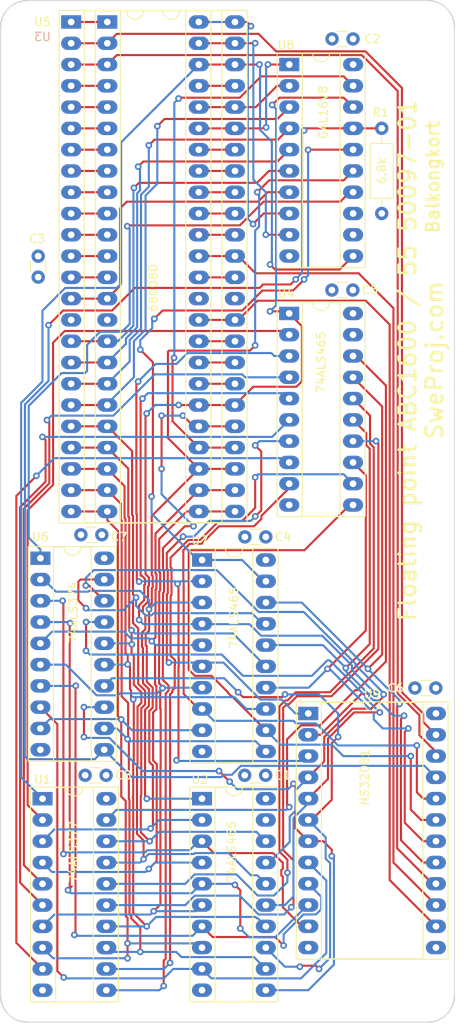
<source format=kicad_pcb>
(kicad_pcb (version 20211014) (generator pcbnew)

  (general
    (thickness 4.69)
  )

  (paper "A4")
  (layers
    (0 "F.Cu" signal)
    (1 "In1.Cu" signal)
    (2 "In2.Cu" signal)
    (31 "B.Cu" signal)
    (32 "B.Adhes" user "B.Adhesive")
    (33 "F.Adhes" user "F.Adhesive")
    (34 "B.Paste" user)
    (35 "F.Paste" user)
    (36 "B.SilkS" user "B.Silkscreen")
    (37 "F.SilkS" user "F.Silkscreen")
    (38 "B.Mask" user)
    (39 "F.Mask" user)
    (40 "Dwgs.User" user "User.Drawings")
    (41 "Cmts.User" user "User.Comments")
    (42 "Eco1.User" user "User.Eco1")
    (43 "Eco2.User" user "User.Eco2")
    (44 "Edge.Cuts" user)
    (45 "Margin" user)
    (46 "B.CrtYd" user "B.Courtyard")
    (47 "F.CrtYd" user "F.Courtyard")
    (48 "B.Fab" user)
    (49 "F.Fab" user)
    (50 "User.1" user)
    (51 "User.2" user)
    (52 "User.3" user)
    (53 "User.4" user)
    (54 "User.5" user)
    (55 "User.6" user)
    (56 "User.7" user)
    (57 "User.8" user)
    (58 "User.9" user)
  )

  (setup
    (stackup
      (layer "F.SilkS" (type "Top Silk Screen"))
      (layer "F.Paste" (type "Top Solder Paste"))
      (layer "F.Mask" (type "Top Solder Mask") (thickness 0.01))
      (layer "F.Cu" (type "copper") (thickness 0.035))
      (layer "dielectric 1" (type "core") (thickness 1.51) (material "FR4") (epsilon_r 4.5) (loss_tangent 0.02))
      (layer "In1.Cu" (type "copper") (thickness 0.035))
      (layer "dielectric 2" (type "prepreg") (thickness 1.51) (material "FR4") (epsilon_r 4.5) (loss_tangent 0.02))
      (layer "In2.Cu" (type "copper") (thickness 0.035))
      (layer "dielectric 3" (type "core") (thickness 1.51) (material "FR4") (epsilon_r 4.5) (loss_tangent 0.02))
      (layer "B.Cu" (type "copper") (thickness 0.035))
      (layer "B.Mask" (type "Bottom Solder Mask") (thickness 0.01))
      (layer "B.Paste" (type "Bottom Solder Paste"))
      (layer "B.SilkS" (type "Bottom Silk Screen"))
      (copper_finish "None")
      (dielectric_constraints no)
    )
    (pad_to_mask_clearance 0)
    (pcbplotparams
      (layerselection 0x00010fc_ffffffff)
      (disableapertmacros false)
      (usegerberextensions false)
      (usegerberattributes true)
      (usegerberadvancedattributes true)
      (creategerberjobfile true)
      (svguseinch false)
      (svgprecision 6)
      (excludeedgelayer true)
      (plotframeref false)
      (viasonmask false)
      (mode 1)
      (useauxorigin false)
      (hpglpennumber 1)
      (hpglpenspeed 20)
      (hpglpendiameter 15.000000)
      (dxfpolygonmode true)
      (dxfimperialunits true)
      (dxfusepcbnewfont true)
      (psnegative false)
      (psa4output false)
      (plotreference true)
      (plotvalue true)
      (plotinvisibletext false)
      (sketchpadsonfab false)
      (subtractmaskfromsilk false)
      (outputformat 1)
      (mirror false)
      (drillshape 1)
      (scaleselection 1)
      (outputdirectory "")
    )
  )

  (net 0 "")
  (net 1 "/A3")
  (net 2 "/~{BR}")
  (net 3 "/A4")
  (net 4 "/CLK")
  (net 5 "/A5")
  (net 6 "GND")
  (net 7 "/A6")
  (net 8 "/~{HALT}")
  (net 9 "/A7")
  (net 10 "/~{RESET}")
  (net 11 "/A8")
  (net 12 "/E")
  (net 13 "/A9")
  (net 14 "/~{VPA}")
  (net 15 "/A10")
  (net 16 "/~{BERR}")
  (net 17 "/A11")
  (net 18 "/~{IPL1}")
  (net 19 "/A12")
  (net 20 "/~{IPL0{slash}2}")
  (net 21 "/A13")
  (net 22 "/FC2")
  (net 23 "/A14")
  (net 24 "/FC1")
  (net 25 "+5V")
  (net 26 "/FC0")
  (net 27 "/A15")
  (net 28 "/A0")
  (net 29 "/A1")
  (net 30 "/A16")
  (net 31 "/A2")
  (net 32 "/A17")
  (net 33 "/A18")
  (net 34 "/A19")
  (net 35 "/D7")
  (net 36 "/D6")
  (net 37 "/D5")
  (net 38 "/D4")
  (net 39 "/D3")
  (net 40 "/D2")
  (net 41 "/D1")
  (net 42 "/D0")
  (net 43 "/~{AS}")
  (net 44 "/~{DS}")
  (net 45 "/R{slash}W")
  (net 46 "/~{DTACK}")
  (net 47 "/~{BG}")
  (net 48 "Net-(U1-Pad2)")
  (net 49 "Net-(U1-Pad12)")
  (net 50 "Net-(U1-Pad5)")
  (net 51 "Net-(U1-Pad15)")
  (net 52 "Net-(U1-Pad6)")
  (net 53 "Net-(U1-Pad16)")
  (net 54 "Net-(U1-Pad9)")
  (net 55 "Net-(U1-Pad19)")
  (net 56 "/~{LBE}")
  (net 57 "/~{SPC}")
  (net 58 "/~{HBE}")
  (net 59 "unconnected-(U8-Pad12)")
  (net 60 "unconnected-(U8-Pad13)")
  (net 61 "/FD4")
  (net 62 "/FD0")
  (net 63 "/FD5")
  (net 64 "/FD1")
  (net 65 "/FD6")
  (net 66 "/FD2")
  (net 67 "/FD7")
  (net 68 "/FD3")
  (net 69 "/FD12")
  (net 70 "/FD8")
  (net 71 "/FD13")
  (net 72 "/FD9")
  (net 73 "/FD14")
  (net 74 "/FD10")
  (net 75 "/FD15")
  (net 76 "/FD11")

  (footprint "Resistor_THT:R_Axial_DIN0207_L6.3mm_D2.5mm_P10.16mm_Horizontal" (layer "F.Cu") (at 78.105 59.69 90))

  (footprint "Capacitor_THT:C_Disc_D3.0mm_W1.6mm_P2.50mm" (layer "F.Cu") (at 64.242 126.746 180))

  (footprint "Package_DIP:DIP-20_W7.62mm_Socket_LongPads" (layer "F.Cu") (at 37.348 100.843))

  (footprint "Capacitor_THT:C_Disc_D3.0mm_W1.6mm_P2.50mm" (layer "F.Cu") (at 74.676 38.862 180))

  (footprint "Package_DIP:DIP-48_W15.24mm_Socket_LongPads" (layer "F.Cu") (at 45.339 36.84))

  (footprint "Package_DIP:DIP-20_W7.62mm_Socket_LongPads" (layer "F.Cu") (at 56.652 101.052405))

  (footprint "Package_DIP:DIP-24_W15.24mm_Socket_LongPads" (layer "F.Cu") (at 69.337 119.375))

  (footprint "Package_DIP:DIP-20_W7.62mm_Socket_LongPads" (layer "F.Cu") (at 67.056 71.628))

  (footprint "Capacitor_THT:C_Disc_D3.0mm_W1.6mm_P2.50mm" (layer "F.Cu") (at 37.084 67.29 90))

  (footprint "Capacitor_THT:C_Disc_D3.0mm_W1.6mm_P2.50mm" (layer "F.Cu") (at 84.562 116.332 180))

  (footprint "Capacitor_THT:C_Disc_D3.0mm_W1.6mm_P2.50mm" (layer "F.Cu") (at 74.656 68.834 180))

  (footprint "Package_DIP:DIP-48_W15.24mm_Socket_LongPads" (layer "F.Cu") (at 41.021 36.84))

  (footprint "Capacitor_THT:C_Disc_D3.0mm_W1.6mm_P2.50mm" (layer "F.Cu") (at 45.192 126.746 180))

  (footprint "Package_DIP:DIP-20_W7.62mm_Socket_LongPads" (layer "F.Cu") (at 67.066 41.915))

  (footprint "Capacitor_THT:C_Disc_D3.0mm_W1.6mm_P2.50mm" (layer "F.Cu") (at 64.262 98.298 180))

  (footprint "Package_DIP:DIP-20_W7.62mm_Socket_LongPads" (layer "F.Cu") (at 56.642 129.54))

  (footprint "Package_DIP:DIP-20_W7.62mm_Socket_LongPads" (layer "F.Cu") (at 37.602 129.545))

  (footprint "Capacitor_THT:C_Disc_D3.0mm_W1.6mm_P2.50mm" (layer "F.Cu") (at 44.684 98.044 180))

  (gr_arc (start 86.781936 153.035) (mid 85.852 155.280064) (end 83.606936 156.21) (layer "Edge.Cuts") (width 0.15) (tstamp 07e7d549-24da-4de1-ac2d-d0f88deb0ace))
  (gr_line (start 86.781936 37.465) (end 86.781936 153.035) (layer "Edge.Cuts") (width 0.1) (tstamp 3b68fb02-8130-4c3f-8873-9265a9231797))
  (gr_line (start 83.606936 156.21) (end 35.773064 156.21) (layer "Edge.Cuts") (width 0.1) (tstamp 4531bf71-02e3-41e6-a437-e3e471334788))
  (gr_arc (start 32.598064 37.465) (mid 33.528 35.219936) (end 35.773064 34.29) (layer "Edge.Cuts") (width 0.15) (tstamp 83d0d948-037b-4748-b433-10e3413d2094))
  (gr_line (start 35.773064 34.29) (end 83.606936 34.29) (layer "Edge.Cuts") (width 0.1) (tstamp aea946ec-ed58-43aa-b1f8-b1dabdb3f1f2))
  (gr_line (start 32.598064 153.035) (end 32.598064 37.465) (layer "Edge.Cuts") (width 0.1) (tstamp b4d011db-a1d8-4099-911f-818374769a98))
  (gr_arc (start 35.773064 156.21) (mid 33.528 155.280064) (end 32.598064 153.035) (layer "Edge.Cuts") (width 0.15) (tstamp e1195862-7d7a-4f1e-95ad-7b3ea6235702))
  (gr_arc (start 83.606936 34.29) (mid 85.852 35.219936) (end 86.781936 37.465) (layer "Edge.Cuts") (width 0.15) (tstamp e49c2d81-bb2a-4f8a-bcd2-1f7a59ab1e31))
  (gr_text "Floating point ABC1600 / 55 50097-01\nSweProj.com" (at 82.804 77.216 90) (layer "F.SilkS") (tstamp c3fe893e-8393-4ad6-84b5-d15471c47dec)
    (effects (font (size 2 2) (thickness 0.3)))
  )
  (gr_text "Balkongkort" (at 84.201 55.372 90) (layer "F.SilkS") (tstamp d2d69b2d-55f2-4d79-b4c9-cac51d838b25)
    (effects (font (size 1.5 1.5) (thickness 0.3)))
  )

  (segment (start 41.021 36.84) (end 45.339 36.84) (width 0.25) (layer "F.Cu") (net 1) (tstamp 2bc483a7-a2d2-44f5-a9f7-ea7118684e57))
  (segment (start 56.261 74.94) (end 60.579 74.94) (width 0.25) (layer "F.Cu") (net 2) (tstamp c0336e71-ebd9-43b3-8f06-9c2cfad0f5d0))
  (segment (start 76.154969 40.340969) (end 65.486969 40.340969) (width 0.25) (layer "F.Cu") (net 3) (tstamp 10945ead-8cb9-42e3-a475-f6509c039a6d))
  (segment (start 83.05248 119.37448) (end 80.518 116.84) (width 0.25) (layer "F.Cu") (net 3) (tstamp 12b7baa3-a2d8-4787-b15c-1185959f60a4))
  (segment (start 46.46352 38.25548) (end 45.339 39.38) (width 0.25) (layer "F.Cu") (net 3) (tstamp 20696ba0-6c58-487e-a887-69bf055ee100))
  (segment (start 65.486969 40.340969) (end 63.40148 38.25548) (width 0.25) (layer "F.Cu") (net 3) (tstamp 373c4444-a44d-4c04-a6ea-7ae626d0ef0b))
  (segment (start 41.021 39.38) (end 45.339 39.38) (width 0.25) (layer "F.Cu") (net 3) (tstamp 49fbb986-2c4f-4e9f-96fc-d0b6945dab99))
  (segment (start 63.40148 38.25548) (end 46.46352 38.25548) (width 0.25) (layer "F.Cu") (net 3) (tstamp 956c24fe-114c-4523-993d-a23a39334fdc))
  (segment (start 84.577 121.915) (end 83.05248 120.39048) (width 0.25) (layer "F.Cu") (net 3) (tstamp 9b7eff56-8362-4deb-8075-70727def68c4))
  (segment (start 80.518 116.84) (end 80.518 44.704) (width 0.25) (layer "F.Cu") (net 3) (tstamp acc69878-d070-4900-a5cd-4f1269972d9d))
  (segment (start 83.05248 120.39048) (end 83.05248 119.37448) (width 0.25) (layer "F.Cu") (net 3) (tstamp b1c36268-0e50-47ae-a9ff-9ed281e977e5))
  (segment (start 80.518 44.704) (end 76.154969 40.340969) (width 0.25) (layer "F.Cu") (net 3) (tstamp e4c82f96-7c61-41cf-83e0-4e1475444570))
  (segment (start 56.261 72.4) (end 60.579 72.4) (width 0.25) (layer "F.Cu") (net 4) (tstamp 1ca1949f-4be6-499f-8764-d0b4813831b3))
  (segment (start 60.979 72.4) (end 63.275 70.104) (width 0.25) (layer "F.Cu") (net 4) (tstamp 66836379-2304-4c42-8586-4155794f0fed))
  (segment (start 79.052489 72.956489) (end 79.052489 139.250489) (width 0.25) (layer "F.Cu") (net 4) (tstamp 849d7eab-970e-4d53-85fd-11045c6957cc))
  (segment (start 60.579 72.4) (end 60.979 72.4) (width 0.25) (layer "F.Cu") (net 4) (tstamp 98ce0d2b-18de-42dd-b322-e1b0e4234388))
  (segment (start 79.052489 139.250489) (end 84.577 144.775) (width 0.25) (layer "F.Cu") (net 4) (tstamp a8ad2029-9c3a-47a4-80b9-3eca06df2aef))
  (segment (start 63.275 70.104) (end 76.2 70.104) (width 0.25) (layer "F.Cu") (net 4) (tstamp e99f5cff-3a63-4069-ba35-02bfe79317ab))
  (segment (start 76.2 70.104) (end 79.052489 72.956489) (width 0.25) (layer "F.Cu") (net 4) (tstamp fe916631-fdfa-4b0f-923b-636ef7091cbf))
  (segment (start 82.602969 121.972969) (end 82.602969 119.579463) (width 0.25) (layer "F.Cu") (net 5) (tstamp 1bb2915d-8da0-4a0a-8cdd-9b16d63ed30b))
  (segment (start 84.577 123.947) (end 82.602969 121.972969) (width 0.25) (layer "F.Cu") (net 5) (tstamp 25bdfebc-d7d5-4650-b6d1-63b266aa6efa))
  (segment (start 75.726429 40.790489) (end 46.468511 40.790489) (width 0.25) (layer "F.Cu") (net 5) (tstamp 30cad61c-c9c8-4d4f-8cc4-b0d5434083c0))
  (segment (start 84.577 124.455) (end 84.577 123.947) (width 0.25) (layer "F.Cu") (net 5) (tstamp 5b3594a3-ab2e-46af-bf8b-76f5e1af56dc))
  (segment (start 46.468511 40.790489) (end 45.339 41.92) (width 0.25) (layer "F.Cu") (net 5) (tstamp 8a708b0f-f8c8-47bf-978f-e25a31e05e6e))
  (segment (start 41.021 41.92) (end 45.339 41.92) (width 0.25) (layer "F.Cu") (net 5) (tstamp b1fe25d7-5f4c-4645-9607-b9b885c5f08e))
  (segment (start 82.602969 119.579463) (end 80.01 116.986494) (width 0.25) (layer "F.Cu") (net 5) (tstamp bffe69da-99b6-43f5-8d6d-05d96ea565ca))
  (segment (start 80.01 116.986494) (end 80.01 45.07406) (width 0.25) (layer "F.Cu") (net 5) (tstamp dc65ba5c-1745-4ac3-ab3e-1f09edcb60e2))
  (segment (start 80.01 45.07406) (end 75.726429 40.790489) (width 0.25) (layer "F.Cu") (net 5) (tstamp f22a8855-cb53-4d45-a529-032270126bd6))
  (segment (start 41.021 44.46) (end 45.339 44.46) (width 0.25) (layer "F.Cu") (net 7) (tstamp 766cc50e-5856-4485-8804-04af5a319bb3))
  (segment (start 56.261 67.32) (end 60.579 67.32) (width 0.25) (layer "F.Cu") (net 8) (tstamp f77f8bb5-839f-403c-aa1c-88a3d7b8505e))
  (segment (start 41.021 47) (end 45.339 47) (width 0.25) (layer "F.Cu") (net 9) (tstamp 55296bf3-f1d2-4d90-9760-b4ceec88d007))
  (segment (start 79.502 137.16) (end 84.577 142.235) (width 0.25) (layer "F.Cu") (net 10) (tstamp 319fd011-f329-40d4-8970-536d0b962669))
  (segment (start 79.502 70.992296) (end 79.502 137.16) (width 0.25) (layer "F.Cu") (net 10) (tstamp 9941ccae-731c-403f-8777-4e924606851f))
  (segment (start 63.032892 66.833892) (end 75.343596 66.833892) (width 0.25) (layer "F.Cu") (net 10) (tstamp b705c6ca-e37c-46cc-89f0-ba67fa9a17e1))
  (segment (start 60.979 64.78) (end 63.032892 66.833892) (width 0.25) (layer "F.Cu") (net 10) (tstamp c90ba2f3-e8ee-4fd6-83e3-e370420e798f))
  (segment (start 56.261 64.78) (end 60.579 64.78) (width 0.25) (layer "F.Cu") (net 10) (tstamp d317adec-a807-48cc-8443-124a14ffdba2))
  (segment (start 60.579 64.78) (end 60.979 64.78) (width 0.25) (layer "F.Cu") (net 10) (tstamp e6cd8ca1-3e1f-4a98-99d1-ced8efd67cb6))
  (segment (start 75.343596 66.833892) (end 79.502 70.992296) (width 0.25) (layer "F.Cu") (net 10) (tstamp f84c07ad-afef-4ba9-b8ee-cbf262598ad4))
  (segment (start 41.021 49.54) (end 45.339 49.54) (width 0.25) (layer "F.Cu") (net 11) (tstamp cd3b822f-5b4a-4a98-8756-358e1716b83a))
  (segment (start 56.261 62.24) (end 60.579 62.24) (width 0.25) (layer "F.Cu") (net 12) (tstamp e94fa43d-0f4d-43b8-857b-c96993d52083))
  (segment (start 41.021 52.08) (end 45.339 52.08) (width 0.25) (layer "F.Cu") (net 13) (tstamp e73f24f6-0acb-42c4-8cf8-b02c56c437de))
  (segment (start 60.579 59.7) (end 56.261 59.7) (width 0.25) (layer "F.Cu") (net 14) (tstamp 4832db59-a97f-4126-b2c1-4f4d98397d43))
  (segment (start 41.021 54.62) (end 45.339 54.62) (width 0.25) (layer "F.Cu") (net 15) (tstamp 2c883924-2222-4673-8d4d-4a0f6f2d314c))
  (segment (start 56.261 57.16) (end 60.579 57.16) (width 0.25) (layer "F.Cu") (net 16) (tstamp 693fd0ff-3330-4474-893c-bea5e88c9c13))
  (segment (start 41.021 57.16) (end 45.339 57.16) (width 0.25) (layer "F.Cu") (net 17) (tstamp 67a8b27e-c562-4478-bfe8-61a71f3b794b))
  (segment (start 56.261 54.62) (end 60.579 54.62) (width 0.25) (layer "F.Cu") (net 18) (tstamp bddeea93-2033-4417-a33e-8e557f422808))
  (segment (start 41.021 59.7) (end 45.339 59.7) (width 0.25) (layer "F.Cu") (net 19) (tstamp b6c63f46-5b3a-4b39-8322-cdb13d0dca6b))
  (segment (start 56.261 52.08) (end 60.579 52.08) (width 0.25) (layer "F.Cu") (net 20) (tstamp 9fc6240c-5a6c-4a16-af82-1ce60566c4b5))
  (segment (start 41.021 62.24) (end 45.339 62.24) (width 0.25) (layer "F.Cu") (net 21) (tstamp 1cf14a04-0eac-486b-945b-b369a99526d5))
  (segment (start 60.579 49.54) (end 64.175513 49.54) (width 0.25) (layer "F.Cu") (net 22) (tstamp 0bfe1614-1b14-4773-abfd-55bd73a7051c))
  (segment (start 67.066 41.915) (end 64.521 41.915) (width 0.25) (layer "F.Cu") (net 22) (tstamp 245dbc70-3c8e-403b-aaec-a58bf40f1402))
  (segment (start 64.521 41.915) (end 64.516 41.91) (width 0.25) (layer "F.Cu") (net 22) (tstamp 4ea75ce4-89f7-40ae-981b-4286320dccad))
  (segment (start 56.261 49.54) (end 60.579 49.54) (width 0.25) (layer "F.Cu") (net 22) (tstamp 5589294b-1ed3-4658-ab60-176fd7cc44ed))
  (segment (start 64.175513 49.54) (end 64.2995 49.416013) (width 0.25) (layer "F.Cu") (net 22) (tstamp d53bb318-5faa-4435-bccd-f35a9d3b7bcf))
  (via (at 64.516 41.91) (size 0.8) (drill 0.4) (layers "F.Cu" "B.Cu") (net 22) (tstamp b0cc18d4-19da-492e-91b0-8ab9ef3d0d8d))
  (via (at 64.2995 49.416013) (size 0.8) (drill 0.4) (layers "F.Cu" "B.Cu") (net 22) (tstamp b6515a66-8558-4480-86b5-8b7fd11358fe))
  (segment (start 64.2995 49.416013) (end 64.2995 42.1265) (width 0.25) (layer "B.Cu") (net 22) (tstamp b21c2eb5-0a93-4764-a6cb-379a1422f6ae))
  (segment (start 64.2995 42.1265) (end 64.516 41.91) (width 0.25) (layer "B.Cu") (net 22) (tstamp fcc3c361-51a3-4397-b1b5-a65ff9d78e15))
  (segment (start 41.021 64.78) (end 45.339 64.78) (width 0.25) (layer "F.Cu") (net 23) (tstamp 6175348f-f810-4290-bb78-0d4e498ffe00))
  (segment (start 65.616 44.455) (end 63.071 47) (width 0.25) (layer "F.Cu") (net 24) (tstamp 40d47717-3017-45ef-94ca-37899602ac26))
  (segment (start 63.071 47) (end 56.261 47) (width 0.25) (layer "F.Cu") (net 24) (tstamp bac7a8b8-39be-4aec-b7ab-92288bffcbef))
  (segment (start 67.066 44.455) (end 65.616 44.455) (width 0.25) (layer "F.Cu") (net 24) (tstamp f64416f6-85d7-4905-b6d5-72e681c31f55))
  (segment (start 41.021 67.32) (end 45.339 67.32) (width 0.25) (layer "F.Cu") (net 25) (tstamp 9592539d-9283-4267-9ade-2ee80ad7792c))
  (segment (start 56.261 44.46) (end 60.579 44.46) (width 0.25) (layer "F.Cu") (net 26) (tstamp 4a9278a5-72c9-4658-a9d5-7cff81f64302))
  (segment (start 45.339 69.86) (end 46.86352 68.33548) (width 0.25) (layer "F.Cu") (net 27) (tstamp 341c6d0c-2af9-430e-9220-ca0ecad43bc8))
  (segment (start 41.021 69.86) (end 45.339 69.86) (width 0.25) (layer "F.Cu") (net 27) (tstamp 4e228a33-74d3-4a2c-9a0e-c95ffac89353))
  (segment (start 47.665018 58.28452) (end 63.349087 58.28452) (width 0.25) (layer "F.Cu") (net 27) (tstamp 81d22b15-d8cd-418f-8283-b7c226839cd8))
  (segment (start 46.86352 59.086018) (end 47.665018 58.28452) (width 0.25) (layer "F.Cu") (net 27) (tstamp 854f7d19-6d66-414a-9550-70542d641a5b))
  (segment (start 46.86352 68.33548) (end 46.86352 59.086018) (width 0.25) (layer "F.Cu") (net 27) (tstamp 8dc0335c-a8e5-497f-ba16-e6eb03667005))
  (segment (start 64.478607 57.155) (end 67.066 57.155) (width 0.25) (layer "F.Cu") (net 27) (tstamp a2d5c282-b69c-4c5f-a692-ec1dd869e425))
  (segment (start 63.349087 58.28452) (end 64.478607 57.155) (width 0.25) (layer "F.Cu") (net 27) (tstamp f4dd6148-93cf-4f56-9a14-b8945f7c21cb))
  (segment (start 73.076618 66.384382) (end 65.368382 66.384382) (width 0.25) (layer "F.Cu") (net 28) (tstamp 0ff7af29-16c0-424c-8c29-2a773f9197e5))
  (segment (start 74.686 64.775) (end 73.076618 66.384382) (width 0.25) (layer "F.Cu") (net 28) (tstamp 207fc1a9-5438-4997-9a76-4ef9e82339e2))
  (segment (start 63.49 41.92) (end 63.5 41.91) (width 0.25) (layer "F.Cu") (net 28) (tstamp 317d0903-1459-4e26-a685-e6e8266e5a1e))
  (segment (start 56.261 41.92) (end 60.579 41.92) (width 0.25) (layer "F.Cu") (net 28) (tstamp 3bbf968f-f702-4f16-b618-8f9f1ed19dc1))
  (segment (start 65.368382 66.384382) (end 64.77 65.786) (width 0.25) (layer "F.Cu") (net 28) (tstamp 4d16f1a9-51c7-447b-9fed-76077b729481))
  (segment (start 60.579 41.92) (end 63.49 41.92) (width 0.25) (layer "F.Cu") (net 28) (tstamp c06e637e-4b11-43ad-9117-1cebabe3c038))
  (via (at 64.77 65.786) (size 0.8) (drill 0.4) (layers "F.Cu" "B.Cu") (net 28) (tstamp 2a310459-0b8d-4412-8bd2-8cc2446f7775))
  (via (at 63.5 41.91) (size 0.8) (drill 0.4) (layers "F.Cu" "B.Cu") (net 28) (tstamp eb503922-cf28-4369-a347-27aa28b08cb7))
  (segment (start 63.574999 49.716112) (end 64.986501 51.127614) (width 0.25) (layer "B.Cu") (net 28) (tstamp 17796d9f-99aa-4e20-b7c0-b9d05530dea3))
  (segment (start 46.99 51.191) (end 56.261 41.92) (width 0.25) (layer "B.Cu") (net 28) (tstamp 1a588ec0-1e5f-4840-8f8a-46fb5a0347f1))
  (segment (start 63.5 41.91) (end 63.574999 41.984999) (width 0.25) (layer "B.Cu") (net 28) (tstamp 1ab1fd8f-35bf-41a0-94a1-64ffc8556876))
  (segment (start 46.482 68.58) (end 46.99 68.072) (width 0.25) (layer "B.Cu") (net 28) (tstamp 3df6cb62-486f-4627-8695-7262197c998a))
  (segment (start 37.602 129.545) (end 35.052 126.995) (width 0.25) (layer "B.Cu") (net 28) (tstamp 486c7a16-42ed-4f97-9ba5-98c9669419c2))
  (segment (start 40.310689 68.58) (end 46.482 68.58) (width 0.25) (layer "B.Cu") (net 28) (tstamp 4d6269a5-c418-4bdc-bfc8-346022b643a4))
  (segment (start 35.052 82.296) (end 37.592 79.756) (width 0.25) (layer "B.Cu") (net 28) (tstamp 5f200195-6e1b-42e9-857e-ddea3a28e393))
  (segment (start 63.574999 41.984999) (end 63.574999 49.716112) (width 0.25) (layer "B.Cu") (net 28) (tstamp 601ff23c-2f6b-4052-86dd-3b059bdd7b46))
  (segment (start 37.592 79.756) (end 37.592 71.298689) (width 0.25) (layer "B.Cu") (net 28) (tstamp 78109996-a9e9-4c29-af65-329b85848eda))
  (segment (start 37.592 71.298689) (end 40.310689 68.58) (width 0.25) (layer "B.Cu") (net 28) (tstamp 78d1415f-7d36-4988-bce7-5568129678b9))
  (segment (start 46.99 68.072) (end 46.99 51.191) (width 0.25) (layer "B.Cu") (net 28) (tstamp 79cfaab2-9e68-4804-a63d-0f7afb7edb9f))
  (segment (start 35.052 126.995) (end 35.052 82.296) (width 0.25) (layer "B.Cu") (net 28) (tstamp 9682a515-d516-4946-abac-1d5c94e66825))
  (segment (start 64.986501 51.127614) (end 64.986501 65.569499) (width 0.25) (layer "B.Cu") (net 28) (tstamp ae601b13-0d17-4ba0-81ca-27b1b507de93))
  (segment (start 64.986501 65.569499) (end 64.77 65.786) (width 0.25) (layer "B.Cu") (net 28) (tstamp f8b7e5cc-4e36-4104-95f4-bd1501ea47a7))
  (segment (start 60.579 39.38) (end 62.982 39.38) (width 0.25) (layer "F.Cu") (net 29) (tstamp 19ece1fc-f650-4774-b18f-3d6fc14593f9))
  (segment (start 56.261 39.38) (end 60.579 39.38) (width 0.25) (layer "F.Cu") (net 29) (tstamp 2080df5b-f977-44da-b021-2f7f01744777))
  (segment (start 67.066 62.235) (end 64.267 62.235) (width 0.25) (layer "F.Cu") (net 29) (tstamp 313cd1d3-fd8d-4010-aff3-7d130b2c98e1))
  (segment (start 64.267 62.235) (end 64.262 62.23) (width 0.25) (layer "F.Cu") (net 29) (tstamp 9c08d69f-cb1b-4db1-aac7-e7f56f8141d2))
  (segment (start 62.982 39.38) (end 62.992 39.37) (width 0.25) (layer "F.Cu") (net 29) (tstamp b0ee4ab9-342a-41f4-a9b0-37a2ca8edd28))
  (via (at 62.992 39.37) (size 0.8) (drill 0.4) (layers "F.Cu" "B.Cu") (net 29) (tstamp 879d237b-55bd-4f19-81e5-167d84579dcd))
  (via (at 64.262 62.23) (size 0.8) (drill 0.4) (layers "F.Cu" "B.Cu") (net 29) (tstamp fa061ae2-a95b-4166-b44c-950b7e3c3008))
  (segment (start 62.775499 55.654899) (end 62.775499 39.586501) (width 0.25) (layer "B.Cu") (net 29) (tstamp 0cea5248-56c9-4197-a81f-2865db7e99cc))
  (segment (start 62.775499 39.586501) (end 62.992 39.37) (width 0.25) (layer "B.Cu") (net 29) (tstamp 2772b334-5384-45ec-bf82-1d142f3585e8))
  (segment (start 64.262 62.23) (end 64.262 57.1414) (width 0.25) (layer "B.Cu") (net 29) (tstamp 642cc8ab-773a-47f2-a341-f2e4751854af))
  (segment (start 64.262 57.1414) (end 62.775499 55.654899) (width 0.25) (layer "B.Cu") (net 29) (tstamp ac7e257a-12d1-4f62-9503-3a4548a6e2ed))
  (segment (start 41.021 74.94) (end 45.339 74.94) (width 0.25) (layer "F.Cu") (net 30) (tstamp 29254fea-cd5f-42eb-a1e8-f8b91945378c))
  (segment (start 63.216816 56.03548) (end 49.12052 56.03548) (width 0.25) (layer "F.Cu") (net 30) (tstamp 30743b1b-ea2d-46a1-a61c-55ca7f413491))
  (segment (start 49.12052 56.03548) (end 48.514 56.642) (width 0.25) (layer "F.Cu") (net 30) (tstamp 377d1365-7953-4ff3-aff5-283d2ba374eb))
  (segment (start 64.637296 54.615) (end 63.216816 56.03548) (width 0.25) (layer "F.Cu") (net 30) (tstamp 52c2bac6-0bd8-4a94-b4ce-76d2e1421f96))
  (segment (start 67.066 54.615) (end 64.637296 54.615) (width 0.25) (layer "F.Cu") (net 30) (tstamp e8cd1430-ee5c-4a34-8bb0-de30f12c6c4b))
  (via (at 48.514 56.642) (size 0.8) (drill 0.4) (layers "F.Cu" "B.Cu") (net 30) (tstamp 870175fc-1762-42b1-9c82-49151db6fd07))
  (segment (start 48.45551 73.084194) (end 48.45551 56.70049) (width 0.25) (layer "B.Cu") (net 30) (tstamp 12661223-feb8-40fa-ae51-e9e6bc3b214e))
  (segment (start 48.45551 56.70049) (end 48.514 56.642) (width 0.25) (layer "B.Cu") (net 30) (tstamp 63857f2f-1027-479e-b9cf-58a644ee2276))
  (segment (start 46.599704 74.94) (end 48.45551 73.084194) (width 0.25) (layer "B.Cu") (net 30) (tstamp 8dd9fb7b-1f2b-488a-bcd8-5096abbbde1f))
  (segment (start 45.339 74.94) (end 46.599704 74.94) (width 0.25) (layer "B.Cu") (net 30) (tstamp d65f5627-b5d9-47fe-86a0-a22c762f7489))
  (segment (start 61.986 36.84) (end 62.484 37.338) (width 0.25) (layer "F.Cu") (net 31) (tstamp 3b0216f3-e6d0-4fe7-8be2-381ec91a891c))
  (segment (start 67.066 59.695) (end 64.003 59.695) (width 0.25) (layer "F.Cu") (net 31) (tstamp 6d5b902a-0589-43e2-a801-6b08b8c42305))
  (segment (start 64.003 59.695) (end 62.738 60.96) (width 0.25) (layer "F.Cu") (net 31) (tstamp f4d09e0e-622b-49fe-8691-08820d1c7b88))
  (segment (start 60.579 36.84) (end 61.986 36.84) (width 0.25) (layer "F.Cu") (net 31) (tstamp fc34f1b3-9227-4210-8286-a8765ab48813))
  (via (at 62.484 37.338) (size 0.8) (drill 0.4) (layers "F.Cu" "B.Cu") (net 31) (tstamp 35f93f18-f1f2-4b87-92f5-aaefe69a5b00))
  (via (at 62.738 60.96) (size 0.8) (drill 0.4) (layers "F.Cu" "B.Cu") (net 31) (tstamp 80407dae-3d23-4a1e-8711-83a526227247))
  (segment (start 62.10352 37.71848) (end 62.10352 60.32552) (width 0.25) (layer "B.Cu") (net 31) (tstamp 169f1cb2-22a5-4999-8768-bdfbf61cb286))
  (segment (start 56.261 36.84) (end 60.579 36.84) (width 0.25) (layer "B.Cu") (net 31) (tstamp 2985cd45-7c19-4d25-b19c-dac206f5d033))
  (segment (start 62.10352 60.32552) (end 62.738 60.96) (width 0.25) (layer "B.Cu") (net 31) (tstamp 63ceea71-7b7b-4248-9d30-0bf0ba1d5f53))
  (segment (start 62.484 37.338) (end 62.10352 37.71848) (width 0.25) (layer "B.Cu") (net 31) (tstamp dd9f1946-0510-4f7d-9832-6e9ee06e3b68))
  (segment (start 67.066 52.075) (end 65.65052 53.49048) (width 0.25) (layer "F.Cu") (net 32) (tstamp 4069f3e0-c71f-4c49-9721-f7386ce6e919))
  (segment (start 41.021 77.48) (end 45.339 77.48) (width 0.25) (layer "F.Cu") (net 32) (tstamp 95bda28e-9f54-4df5-bb13-de84fea2f1d0))
  (segment (start 65.65052 53.49048) (end 49.63352 53.49048) (width 0.25) (layer "F.Cu") (net 32) (tstamp 991d3ff9-f4f3-4c8f-9fdb-0a80dbea9142))
  (segment (start 49.63352 53.49048) (end 49.022 54.102) (width 0.25) (layer "F.Cu") (net 32) (tstamp a5c9d28c-2a8d-4ae3-b9b1-ad3e62a7c499))
  (via (at 49.022 54.102) (size 0.8) (drill 0.4) (layers "F.Cu" "B.Cu") (net 32) (tstamp c49100b2-51d7-4b44-a519-0f7addc12637))
  (segment (start 48.90502 57.27558) (end 49.238501 56.942099) (width 0.25) (layer "B.Cu") (net 32) (tstamp 23d7080a-c08c-419a-93fb-e6b8fb4ba1e3))
  (segment (start 47.55649 74.618918) (end 48.905021 73.270387) (width 0.25) (layer "B.Cu") (net 32) (tstamp 2ef39263-7f7c-44b3-8824-5b190eb402e0))
  (segment (start 49.238501 56.942099) (end 49.238501 54.318501) (width 0.25) (layer "B.Cu") (net 32) (tstamp 75d5bf06-4614-4f5f-913b-26887437674a))
  (segment (start 45.339 77.48) (end 47.556489 75.262511) (width 0.25) (layer "B.Cu") (net 32) (tstamp 96ea9399-aaa5-4680-8d3c-310429df565f))
  (segment (start 49.238501 54.318501) (end 49.022 54.102) (width 0.25) (layer "B.Cu") (net 32) (tstamp dcd24082-ef1b-495a-9aaf-5986c29ad098))
  (segment (start 47.556489 75.262511) (end 47.55649 74.618918) (width 0.25) (layer "B.Cu") (net 32) (tstamp eefd8c7b-003a-4664-ae27-8ce54d9ea8e5))
  (segment (start 48.905021 73.270387) (end 48.90502 57.27558) (width 0.25) (layer "B.Cu") (net 32) (tstamp f4b42193-3c15-4df6-8e84-920a21d3a3d0))
  (segment (start 65.723184 50.877816) (end 50.976184 50.877816) (width 0.25) (layer "F.Cu") (net 33) (tstamp 0b6f21bf-c51c-4f8a-8de3-e314464b5347))
  (segment (start 50.976184 50.877816) (end 50.292 51.562) (width 0.25) (layer "F.Cu") (net 33) (tstamp 48f9a2ee-2af0-4df7-a638-c457afe2abbb))
  (segment (start 67.066 49.535) (end 65.723184 50.877816) (width 0.25) (layer "F.Cu") (net 33) (tstamp 54428fa4-6abb-4de2-94ce-5763e2a7d2f9))
  (segment (start 41.021 80.02) (end 45.339 80.02) (width 0.25) (layer "F.Cu") (net 33) (tstamp 8f62daa9-c4ec-41a5-a816-953679cebb99))
  (via (at 50.292 51.562) (size 0.8) (drill 0.4) (layers "F.Cu" "B.Cu") (net 33) (tstamp 4f9ff599-be24-49cc-ad53-567d27913686))
  (segment (start 48.006 77.353) (end 48.006 74.805112) (width 0.25) (layer "B.Cu") (net 33) (tstamp 18b687e6-cbc0-46ce-a8fd-736f98b2ab46))
  (segment (start 49.354532 73.45658) (end 49.354531 57.461773) (width 0.25) (layer "B.Cu") (net 33) (tstamp 28fb6468-eeb5-41ef-9fe9-00ee111a521a))
  (segment (start 48.006 74.805112) (end 49.354532 73.45658) (width 0.25) (layer "B.Cu") (net 33) (tstamp c9473319-5b73-4996-a38d-5ec1ec9064da))
  (segment (start 45.339 80.02) (end 48.006 77.353) (width 0.25) (layer "B.Cu") (net 33) (tstamp cd4fe568-5920-4fab-86f7-27b8731a8bb1))
  (segment (start 50.292 56.524304) (end 50.292 51.562) (width 0.25) (layer "B.Cu") (net 33) (tstamp d2a03b53-b712-46ae-9dfc-4f3ed72d7852))
  (segment (start 49.354531 57.461773) (end 50.292 56.524304) (width 0.25) (layer "B.Cu") (net 33) (tstamp e90d4b52-4690-4fcc-a221-f445ba060e72))
  (segment (start 41.021 82.56) (end 45.339 82.56) (width 0.25) (layer "F.Cu") (net 34) (tstamp 1a1bfbd5-562b-4ba5-9116-8c97bb0e55f5))
  (segment (start 67.066 46.995) (end 65.64552 48.41548) (width 0.25) (layer "F.Cu") (net 34) (tstamp 31a94c81-c63f-43d4-a807-b304e8236cbf))
  (segment (start 65.64552 48.41548) (end 52.16852 48.41548) (width 0.25) (layer "F.Cu") (net 34) (tstamp 9c02d523-59dc-4359-a091-8b38e0ad27ee))
  (segment (start 52.16852 48.41548) (end 51.308 49.276) (width 0.25) (layer "F.Cu") (net 34) (tstamp d3f711f8-4f0b-47b8-8ff6-a472c5401600))
  (via (at 51.308 49.276) (size 0.8) (drill 0.4) (layers "F.Cu" "B.Cu") (net 34) (tstamp f11fd0eb-682a-4071-a477-16382c90d2b6))
  (segment (start 45.339 82.4058) (end 48.514 79.2308) (width 0.25) (layer "B.Cu") (net 34) (tstamp 0bbaa407-473f-42ab-8eb3-4ce7ad6005f6))
  (segment (start 51.308 56.144008) (end 51.308 49.276) (width 0.25) (layer "B.Cu") (net 34) (tstamp 178c74ba-6985-43bd-b431-ef5a70f153bd))
  (segment (start 48.514 74.932816) (end 49.904512 73.542304) (width 0.25) (layer "B.Cu") (net 34) (tstamp 87b3691a-2e19-400e-be97-b8f14e0de00e))
  (segment (start 49.904512 57.547496) (end 51.308 56.144008) (width 0.25) (layer "B.Cu") (net 34) (tstamp aac29318-9bb0-4548-a9d9-d915b390aae1))
  (segment (start 48.514 79.2308) (end 48.514 74.932816) (width 0.25) (layer "B.Cu") (net 34) (tstamp ad9c8a3a-bae6-43fc-b02b-f44dc16c9470))
  (segment (start 45.339 82.56) (end 45.339 82.4058) (width 0.25) (layer "B.Cu") (net 34) (tstamp dc85b67c-2d5b-49bb-bfba-9cbe5316869f))
  (segment (start 49.904512 73.542304) (end 49.904512 57.547496) (width 0.25) (layer "B.Cu") (net 34) (tstamp e0b541a6-6441-409d-b351-be48d59b2ac4))
  (segment (start 45.339 85.1) (end 48.290563 88.051563) (width 0.25) (layer "F.Cu") (net 35) (tstamp 0d741c7a-f745-4790-8787-2ff81c6f1a77))
  (segment (start 48.407044 105.897956) (end 48.768 105.537) (width 0.25) (layer "F.Cu") (net 35) (tstamp 121b263b-eec4-4059-bb6f-b5215849c413))
  (segment (start 49.022 115.823296) (end 49.022 109.204408) (width 0.25) (layer "F.Cu") (net 35) (tstamp 12da2731-4840-4556-a958-899e3d0e1d29))
  (segment (start 50.388969 134.62) (end 49.330952 133.561983) (width 0.25) (layer "F.Cu") (net 35) (tstamp 1a4efd07-6018-42d9-a212-0adc85e1459a))
  (segment (start 49.392976 129.177798) (end 49.392976 118.755728) (width 0.25) (layer "F.Cu") (net 35) (tstamp 2b41afb5-cb62-41e2-926d-1f272664c2c5))
  (segment (start 41.879689 103.645098) (end 42.141787 103.383) (width 0.25) (layer "F.Cu") (net 35) (tstamp 3a15669a-4827-43f5-913a-8332dd5a7eeb))
  (segment (start 42.141787 103.383) (end 44.968 103.383) (width 0.25) (layer "F.Cu") (net 35) (tstamp 560e4d3c-8c4c-42c0-868d-9ad30327d2ab))
  (segment (start 48.290563 95.668747) (end 48.407044 95.785229) (width 0.25) (layer "F.Cu") (net 35) (tstamp 76560e41-91c3-4f3d-a26f-0cd0b3b541ed))
  (segment (start 49.392976 118.755728) (end 49.85251 118.296194) (width 0.25) (layer "F.Cu") (net 35) (tstamp 7a2a0ab4-7477-45ef-bf8a-0ebd2be8f407))
  (segment (start 49.85251 118.296194) (end 49.85251 116.653806) (width 0.25) (layer "F.Cu") (net 35) (tstamp 871ce51c-c678-4e89-9fc2-6e44b7f2723a))
  (segment (start 49.022 109.204408) (end 48.407044 108.589452) (width 0.25) (layer "F.Cu") (net 35) (tstamp 973d76ef-bce8-4a86-bb2e-ef4410213a8e))
  (segment (start 49.330952 133.561983) (end 49.330952 129.239822) (width 0.25) (layer "F.Cu") (net 35) (tstamp 9eeb0751-54e4-46aa-a6a1-a7b1f9884e3f))
  (segment (start 48.407044 105.176044) (end 48.768 105.537) (width 0.25) (layer "F.Cu") (net 35) (tstamp a15aeb8c-09c6-446d-99d2-9467a0a93165))
  (segment (start 41.879689 105.887689) (end 41.879689 103.645098) (width 0.25) (layer "F.Cu") (net 35) (tstamp a1a9ad94-cbfc-4ccf-9a8c-beab1d4d0775))
  (segment (start 48.407044 95.785229) (end 48.407044 105.176044) (width 0.25) (layer "F.Cu") (net 35) (tstamp a1d4f66e-d376-4466-975d-aa39a16db80c))
  (segment (start 48.407044 108.589452) (end 48.407044 105.897956) (width 0.25) (layer "F.Cu") (net 35) (tstamp b97aa715-3418-4ecb-8e19-7f00078ffaaa))
  (segment (start 49.85251 116.653806) (end 49.022 115.823296) (width 0.25) (layer "F.Cu") (net 35) (tstamp caab79ba-c533-4b2c-a150-c938a0dd492c))
  (segment (start 49.330952 129.239822) (end 49.392976 129.177798) (width 0.25) (layer "F.Cu") (net 35) (tstamp d6464113-80c6-4b89-bf86-d95d2e3bce2c))
  (segment (start 42.799 106.807) (end 41.879689 105.887689) (width 0.25) (layer "F.Cu") (net 35) (tstamp dd7d681d-c843-47ea-a77f-4b7d9a39d7ea))
  (segment (start 41.021 85.1) (end 45.339 85.1) (width 0.25) (layer "F.Cu") (net 35) (tstamp f2a518b8-cd52-4b9b-a206-67dfaaf9f42d))
  (segment (start 48.290563 88.051563) (end 48.290563 95.668747) (width 0.25) (layer "F.Cu") (net 35) (tstamp f8469aba-c13f-4d40-9f16-0122e784b727))
  (via (at 48.768 105.537) (size 0.8) (drill 0.4) (layers "F.Cu" "B.Cu") (net 35) (tstamp 89ed8a4c-da3f-4f03-bc5a-4aa7b4731db9))
  (via (at 42.799 106.807) (size 0.8) (drill 0.4) (layers "F.Cu" "B.Cu") (net 35) (tstamp 9905340b-f80f-4fc4-a0b4-dff230718ca9))
  (via (at 50.388969 134.62) (size 0.8) (drill 0.4) (layers "F.Cu" "B.Cu") (net 35) (tstamp f2a7dc10-96d1-4a9f-9546-a24e71889984))
  (segment (start 49.898855 107.660218) (end 48.768 106.529363) (width 0.25) (layer "B.Cu") (net 35) (tstamp 1fe2db56-5079-490d-9c64-aaebbb5378a2))
  (segment (start 48.768 106.529363) (end 48.768 105.537) (width 0.25) (layer "B.Cu") (net 35) (tstamp 202c713c-e6e7-42f2-8c80-994fdc82c611))
  (segment (start 50.864002 107.404501) (end 50.608285 107.660218) (width 0.25) (layer "B.Cu") (net 35) (tstamp 28862c7a-8de9-4780-ba0e-9df502b60eb0))
  (segment (start 43.03952 107.04752) (end 47.25748 107.04752) (width 0.25) (layer "B.Cu") (net 35) (tstamp 2ff0c76d-593b-4d62-9b0f-28351f940837))
  (segment (start 63.872 108.672405) (end 62.604096 107.404501) (width 0.25) (layer "B.Cu") (net 35) (tstamp 3912df59-f1e0-40cf-98af-f760257940f9))
  (segment (start 47.25748 107.04752) (end 48.768 105.537) (width 0.25) (layer "B.Cu") (net 35) (tstamp 3aaf32d4-fa76-4659-af4e-633a73965a28))
  (segment (start 64.272 108.672405) (end 63.872 108.672405) (width 0.25) (layer "B.Cu") (net 35) (tstamp 4a4519f4-f275-473c-a40a-1ddf304ba7a7))
  (segment (start 63.13748 133.49548) (end 51.513489 133.49548) (width 0.25) (layer "B.Cu") (net 35) (tstamp 5f8ebb87-b92a-401e-b49e-6892ae1fe612))
  (segment (start 42.799 106.807) (end 43.03952 107.04752) (width 0.25) (layer "B.Cu") (net 35) (tstamp 83347cae-a66c-421a-9deb-fcbb4abb61b2))
  (segment (start 62.604096 107.404501) (end 50.864002 107.404501) (width 0.25) (layer "B.Cu") (net 35) (tstamp 8ac4c559-f995-46f6-bd90-cee32bce586d))
  (segment (start 45.222 134.625) (end 50.383969 134.625) (width 0.25) (layer "B.Cu") (net 35) (tstamp 8cd9b188-e64e-42ca-913d-daed609bde7c))
  (segment (start 64.262 134.62) (end 63.13748 133.49548) (width 0.25) (layer "B.Cu") (net 35) (tstamp c6db9675-d15a-4396-92fb-7d0911fdea36))
  (segment (start 50.383969 134.625) (end 50.388969 134.62) (width 0.25) (layer "B.Cu") (net 35) (tstamp cb803ba8-231f-4f2e-99b8-db52573b6270))
  (segment (start 51.513489 133.49548) (end 50.388969 134.62) (width 0.25) (layer "B.Cu") (net 35) (tstamp d3075185-b943-43fe-af8d-281165d469f0))
  (segment (start 50.608285 107.660218) (end 49.898855 107.660218) (width 0.25) (layer "B.Cu") (net 35) (tstamp fcfbb566-f209-4cdb-9fa6-7089c774dc5c))
  (segment (start 49.403 118.11) (end 49.403 116.84) (width 0.25) (layer "F.Cu") (net 36) (tstamp 09743f62-cc08-493f-b843-947492d0e70c))
  (segment (start 48.881447 133.748182) (end 48.881447 130.026219) (width 0.25) (layer "F.Cu") (net 36) (tstamp 141034dc-2990-435f-9a7d-af55850e91d5))
  (segment (start 48.881441 129.053629) (end 48.881447 129.053623) (width 0.25) (layer "F.Cu") (net 36) (tstamp 1b078630-c26b-4a0b-b5a2-082dd8907804))
  (segment (start 48.493957 112.493357) (end 48.232522 112.231922) (width 0.25) (layer "F.Cu") (net 36) (tstamp 1c388c8f-b17f-4673-b825-0743ce24cf9e))
  (segment (start 47.841051 90.142051) (end 47.841051 95.854939) (width 0.25) (layer "F.Cu") (net 36) (tstamp 254c1b0d-4b81-4805-a218-e6076d92f74b))
  (segment (start 45.339 87.64) (end 41.021 87.64) (width 0.25) (layer "F.Cu") (net 36) (tstamp 2aabdb2a-b8eb-4b31-811d-2e4b37edaf14))
  (segment (start 48.943465 125.361604) (end 48.943465 118.569535) (width 0.25) (layer "F.Cu") (net 36) (tstamp 47396bd3-c43e-40c0-85b3-c2819ed67601))
  (segment (start 49.664469 136.76498) (end 49.664469 134.531204) (width 0.25) (layer "F.Cu") (net 36) (tstamp 58b04f75-2519-4239-9555-8579e499f502))
  (segment (start 48.232522 112.231922) (end 48.232522 109.43953) (width 0.25) (layer "F.Cu") (net 36) (tstamp 7571a47e-d5e5-41a6-a880-2aec3355774f))
  (segment (start 47.957533 109.164541) (end 48.232522 109.43953) (width 0.25) (layer "F.Cu") (net 36) (tstamp 8ba33b81-7d4e-4581-9e02-20aee34f61d7))
  (segment (start 48.881448 125.423621) (end 48.943465 125.361604) (width 0.25) (layer "F.Cu") (net 36) (tstamp 96ef028a-5028-4597-96d7-175bf1b9d585))
  (segment (start 48.881441 130.026213) (end 48.881442 129.383875) (width 0.25) (layer "F.Cu") (net 36) (tstamp 9bb158e5-5826-4ab3-9a4b-544e9a502f37))
  (segment (start 48.943465 118.569535) (end 49.403 118.11) (width 0.25) (layer "F.Cu") (net 36) (tstamp 9d2fecdb-0ca0-49aa-9bba-b19ebcf842df))
  (segment (start 48.881447 129.053623) (end 48.881448 125.423621) (width 0.25) (layer "F.Cu") (net 36) (tstamp 9dc59484-cea4-43f0-8ecb-82a44120ea27))
  (segment (start 47.957533 95.971422) (end 47.957533 109.164541) (width 0.25) (layer "F.Cu") (net 36) (tstamp a11f4a74-2ada-42c2-b53c-89220f878027))
  (segment (start 45.339 87.64) (end 47.841051 90.142051) (width 0.25) (layer "F.Cu") (net 36) (tstamp b13a3b8c-cdf3-4e55-86e7-f469cb7d7ca3))
  (segment (start 49.664469 134.531204) (end 48.881447 133.748182) (width 0.25) (layer "F.Cu") (net 36) (tstamp b4778271-1f5d-4676-a8ea-ecab579749bb))
  (segment (start 49.403 116.84) (end 48.493957 115.930957) (width 0.25) (layer "F.Cu") (net 36) (tstamp be0a27e1-b3b9-47cf-b9d4-9353aeb68d54))
  (segment (start 48.881441 129.202624) (end 48.881441 129.053629) (width 0.25) (layer "F.Cu") (net 36) (tstamp bf6aa157-d2ee-49b8-b867-bbe812c228c3))
  (segment (start 48.493957 115.930957) (end 48.493957 112.493357) (width 0.25) (layer "F.Cu") (net 36) (tstamp c375a954-2775-4c03-bd6e-d3affae7846b))
  (segment (start 48.881442 129.383875) (end 48.856948 129.349584) (width 0.25) (layer "F.Cu") (net 36) (tstamp c48b39a0-e230-40c9-aba8-6ddd00a3cf0a))
  (segment (start 48.881447 130.026219) (end 48.881441 130.026213) (width 0.25) (layer "F.Cu") (net 36) (tstamp cf484283-3a1b-495e-87fc-2f87b641214b))
  (segment (start 47.841051 95.854939) (end 47.957533 95.971422) (width 0.25) (layer "F.Cu") (net 36) (tstamp fbd509bd-7f9d-4dd5-914a-3d4b54b2e2ad))
  (segment (start 48.856948 129.349584) (end 48.881441 129.202624) (width 0.25) (layer "F.Cu") (net 36) (tstamp fe060b2a-26ab-453f-a9d0-e5400242c9f3))
  (via (at 48.232522 109.43953) (size 0.8) (drill 0.4) (layers "F.Cu" "B.Cu") (net 36) (tstamp 369b77a6-ec3b-4dca-abbf-6b026e1bc88e))
  (via (at 49.664469 136.76498) (size 0.8) (drill 0.4) (layers "F.Cu" "B.Cu") (net 36) (tstamp 79852c4a-41c8-4cd0-9068-bec248256e0b))
  (via (at 48.259994 111.125) (size 0.8) (drill 0.4) (layers "F.Cu" "B.Cu") (net 36) (tstamp fa599308-d32a-4367-98e3-24ea499fca01))
  (segment (start 55.776209 136.03548) (end 55.667689 136.144) (width 0.25) (layer "B.Cu") (net 36) (tstamp 1cb58467-30aa-47b1-a484-604b97e9f1d9))
  (segment (start 64.272 113.752405) (end 60.33892 109.819325) (width 0.25) (layer "B.Cu") (net 36) (tstamp 25905a50-30b6-447d-b29c-c67288bd6544))
  (segment (start 63.246 138.684) (end 62.484 138.684) (width 0.25) (layer "B.Cu") (net 36) (tstamp 3d0010f1-3f22-48be-8c95-e0f064d2dece))
  (segment (start 50.285449 136.144) (end 49.664469 136.76498) (width 0.25) (layer "B.Cu") (net 36) (tstamp 67d8e3b4-5b27-40cb-a9f9-fc2c1eabfc97))
  (segment (start 49.264449 137.165) (end 49.664469 136.76498) (width 0.25) (layer "B.Cu") (net 36) (tstamp 6a799734-8890-46bb-8494-8e99af5c7c9a))
  (segment (start 59.83548 136.03548) (end 55.776209 136.03548) (width 0.25) (layer "B.Cu") (net 36) (tstamp 6e106d83-e96c-4cd2-94c6-cc51f5833250))
  (segment (start 48.137994 111.003) (end 48.259994 111.125) (width 0.25) (layer "B.Cu") (net 36) (tstamp 7252842e-4369-49e6-bdae-48f512a2cf3c))
  (segment (start 62.484 138.684) (end 59.83548 136.03548) (width 0.25) (layer "B.Cu") (net 36) (tstamp ac92894b-e95c-42c8-ba13-9e4149649c14))
  (segment (start 44.968 111.003) (end 48.137994 111.003) (width 0.25) (layer "B.Cu") (net 36) (tstamp afef8e63-277b-48dc-b4e6-73def63ba816))
  (segment (start 45.222 137.165) (end 49.264449 137.165) (width 0.25) (layer "B.Cu") (net 36) (tstamp be8df053-6945-4ab5-9d62-4f955a45a01d))
  (segment (start 64.267 139.705) (end 63.246 138.684) (width 0.25) (layer "B.Cu") (net 36) (tstamp bf0483ce-b4ef-44e0-a86e-4b83a899d3c0))
  (segment (start 48.612317 109.819325) (end 48.232522 109.43953) (width 0.25) (layer "B.Cu") (net 36) (tstamp ea606c6a-809b-487e-84bb-2da09e36a185))
  (segment (start 55.667689 136.144) (end 50.285449 136.144) (width 0.25) (layer "B.Cu") (net 36) (tstamp f9dfd53a-54b0-49df-9f7d-9e42992a7469))
  (segment (start 60.33892 109.819325) (end 48.612317 109.819325) (width 0.25) (layer "B.Cu") (net 36) (tstamp fc5ef08f-ea75-4d80-8474-0ad096a2da9f))
  (segment (start 48.493954 125.175408) (end 48.493954 117.750912) (width 0.25) (layer "F.Cu") (net 37) (tstamp 004f7f66-8d9e-45f5-8c23-5987f2b4d9e0))
  (segment (start 50.038 144.78) (end 48.431934 143.173934) (width 0.25) (layer "F.Cu") (net 37) (tstamp 124a5beb-9ab5-4404-b115-fd98ae22ae11))
  (segment (start 48.044446 113.781703) (end 47.769457 113.506714) (width 0.25) (layer "F.Cu") (net 37) (tstamp 31d5f6aa-c271-4e4d-8989-d47758c3e68d))
  (segment (start 41.021 90.18) (end 45.339 90.18) (width 0.25) (layer "F.Cu") (net 37) (tstamp 3c26ccbd-480c-4eb1-8ff0-7d788edd42df))
  (segment (start 47.508022 96.157614) (end 47.508022 112.149614) (width 0.25) (layer "F.Cu") (net 37) (tstamp 3e7752f4-da28-4339-9196-5f32066b45d0))
  (segment (start 48.431936 128.86743) (end 48.431937 125.237425) (width 0.25) (layer "F.Cu") (net 37) (tstamp 53bada67-1cb2-45de-ae25-f1855ed1ec4c))
  (segment (start 48.431934 143.173934) (end 48.431936 130.212412) (width 0.25) (layer "F.Cu") (net 37) (tstamp 583431fd-b926-4be4-a019-b48d7974eded))
  (segment (start 48.431931 128.867435) (end 48.431936 128.86743) (width 0.25) (layer "F.Cu") (net 37) (tstamp 5ee82dc0-8525-4266-b7a1-fb099b1752ea))
  (segment (start 45.339 90.18) (end 47.39154 92.23254) (width 0.25) (layer "F.Cu") (net 37) (tstamp 802b825f-496c-4c5a-9bff-5a7cfdea1fed))
  (segment (start 48.431937 125.237425) (end 48.493954 125.175408) (width 0.25) (layer "F.Cu") (net 37) (tstamp 832dd176-e918-4687-bc50-d7e76b9c396f))
  (segment (start 47.39154 96.041132) (end 47.508022 96.157614) (width 0.25) (layer "F.Cu") (net 37) (tstamp 88de51bc-b2cb-4e5f-9724-ad445cc28789))
  (segment (start 48.171447 117.428405) (end 48.171447 116.625151) (width 0.25) (layer "F.Cu") (net 37) (tstamp 8a731390-91d2-411a-87e8-cffb472b9de5))
  (segment (start 48.431936 130.212412) (end 48.43193 130.212406) (width 0.25) (layer "F.Cu") (net 37) (tstamp 8dd9f700-1e55-4a56-a66a-bd345c013fb3))
  (segment (start 48.43193 130.212406) (end 48.431931 129.52793) (width 0.25) (layer "F.Cu") (net 37) (tstamp 95c36466-953f-4e0a-9f54-230341e33658))
  (segment (start 47.508022 112.149614) (end 47.769457 112.411049) (width 0.25) (layer "F.Cu") (net 37) (tstamp 983b0469-6dc8-413c-a054-ea991a99cd57))
  (segment (start 47.769457 112.411049) (end 47.769457 113.506714) (width 0.25) (layer "F.Cu") (net 37) (tstamp 997a0816-7d81-4171-aa19-357c273c4a89))
  (segment (start 48.434304 117.691262) (end 48.171447 117.428405) (width 0.25) (layer "F.Cu") (net 37) (tstamp 9b0e2401-7ce9-4b9d-af5e-26fb4835c074))
  (segment (start 48.044446 116.49815) (end 48.044446 113.781703) (width 0.25) (layer "F.Cu") (net 37) (tstamp a3f2af82-9e7e-4aa5-8afc-6238c2a4712c))
  (segment (start 48.382943 129.459346) (end 48.43193 129.165418) (width 0.25) (layer "F.Cu") (net 37) (tstamp ac49da75-d646-4b8d-bb8c-93c142aec0e5))
  (segment (start 47.39154 92.23254) (end 47.39154 96.041132) (width 0.25) (layer "F.Cu") (net 37) (tstamp b08c9f83-f076-4c99-b8e5-69f628125cc8))
  (segment (start 48.493954 117.750912) (end 48.434304 117.691262) (width 0.25) (layer "F.Cu") (net 37) (tstamp cdeb1014-1f9f-4019-928d-e9591dc6931a))
  (segment (start 48.171447 116.625151) (end 48.044446 116.49815) (width 0.25) (layer "F.Cu") (net 37) (tstamp dcb4928e-ddb5-4410-a693-213bb15c60f1))
  (segment (start 48.431931 129.52793) (end 48.382943 129.459346) (width 0.25) (layer "F.Cu") (net 37) (tstamp f6cf5153-a456-4ec2-8933-0054d27d6077))
  (segment (start 48.43193 129.165418) (end 48.431931 128.867435) (width 0.25) (layer "F.Cu") (net 37) (tstamp f81b19a2-d77e-4a48-9094-50a37eb0db2f))
  (via (at 47.769457 113.506714) (size 0.8) (drill 0.4) (layers "F.Cu" "B.Cu") (net 37) (tstamp 05e4a6b2-e8e8-41e1-9ea0-801f904fa4c8))
  (via (at 50.038 144.78) (size 0.8) (drill 0.4) (layers "F.Cu" "B.Cu") (net 37) (tstamp 1b49ac86-8f50-4223-974d-fc992351ba40))
  (via (at 48.434304 117.691262) (size 0.8) (drill 0.4) (layers "F.Cu" "B.Cu") (net 37) (tstamp e7d403a0-df13-46b4-9c6e-0e348f39749d))
  (segment (start 48.700357 117.425209) (end 48.434304 117.691262) (width 0.25) (layer "B.Cu") (net 37) (tstamp 24d43df5-cd58-4e56-9bbd-21dbe9de57e9))
  (segment (start 50.033 144.785) (end 45.222 144.785) (width 0.25) (layer "B.Cu") (net 37) (tstamp 31eb3816-7855-4553-b489-733255d8a8f7))
  (segment (start 63.29603 143.81403) (end 64.262 144.78) (width 0.25) (layer "B.Cu") (net 37) (tstamp 3f427b75-7d98-443f-a82e-7db326b2b310))
  (segment (start 64.272 118.832405) (end 61.927805 118.832405) (width 0.25) (layer "B.Cu") (net 37) (tstamp 4fd4f255-1ca0-4b73-bace-669fa2240aba))
  (segment (start 50.038 144.78) (end 51.16252 143.65548) (width 0.25) (layer "B.Cu") (net 37) (tstamp 584c5f5b-c6ce-4d6a-9742-488cd9b20ded))
  (segment (start 61.927805 118.832405) (end 60.520609 117.425209) (width 0.25) (layer "B.Cu") (net 37) (tstamp 786e0957-c97f-43c8-9eb6-b8e18169c200))
  (segment (start 63.210016 143.814031) (end 63.29603 143.81403) (width 0.25) (layer "B.Cu") (net 37) (tstamp 86a71dce-6df7-4ab3-84da-3b9ad77e87ce))
  (segment (start 51.16252 143.65548) (end 63.051465 143.65548) (width 0.25) (layer "B.Cu") (net 37) (tstamp ab3d90a7-bcbc-42b8-9a91-03b33db62a03))
  (segment (start 60.520609 117.425209) (end 48.700357 117.425209) (width 0.25) (layer "B.Cu") (net 37) (tstamp b93b01c2-d93d-47df-a7ab-1f82c4f2a84b))
  (segment (start 63.051465 143.65548) (end 63.210016 143.814031) (width 0.25) (layer "B.Cu") (net 37) (tstamp c404d0da-b950-4d84-94de-d5be998628e3))
  (segment (start 44.968 113.543) (end 47.733171 113.543) (width 0.25) (layer "B.Cu") (net 37) (tstamp dcc3e08f-74c4-4a6a-b142-73411268b4b0))
  (segment (start 50.038 144.78) (end 50.033 144.785) (width 0.25) (layer "B.Cu") (net 37) (tstamp f8a4eefe-f3de-40c2-b78f-f9e2f48b1eab))
  (segment (start 47.733171 113.543) (end 47.769457 113.506714) (width 0.25) (layer "B.Cu") (net 37) (tstamp f9bcc0ca-e359-49d0-912c-927e6c2ae76c))
  (segment (start 47.982423 130.398603) (end 47.982419 130.398599) (width 0.25) (layer "F.Cu") (net 38) (tstamp 186a2f50-1b62-464f-b58f-ae5602581c6d))
  (segment (start 47.044957 117.326514) (end 47.82051 118.102067) (width 0.25) (layer "F.Cu") (net 38) (tstamp 3465ec65-5caf-434c-9a56-b2d534c1c891))
  (segment (start 49.276 144.906296) (end 48.201511 143.831807) (width 0.25) (layer "F.Cu") (net 38) (tstamp 3b04a84c-df7f-485e-9805-50f91f0be853))
  (segment (start 45.339 92.72) (end 46.942029 94.323029) (width 0.25) (layer "F.Cu") (net 38) (tstamp 59781946-aa7a-4d6e-94f2-332e40bd7e1a))
  (segment (start 46.942029 96.227325) (end 47.044957 96.330253) (width 0.25) (layer "F.Cu") (net 38) (tstamp 5c049467-44b4-4cbb-8e82-d6854fce9248))
  (segment (start 47.82051 118.102067) (end 47.82051 122.35949) (width 0.25) (layer "F.Cu") (net 38) (tstamp 64768750-f324-424c-babb-1791dde8a379))
  (segment (start 47.908937 122.584937) (end 47.752 122.428) (width 0.25) (layer "F.Cu") (net 38) (tstamp 663db9e4-930e-44d1-8809-0d1a82d73953))
  (segment (start 46.942029 94.323029) (end 46.942029 96.227325) (width 0.25) (layer "F.Cu") (net 38) (tstamp 73fb5689-7b3a-4fd9-9cba-a330b23ad068))
  (segment (start 47.82051 122.35949) (end 47.752 122.428) (width 0.25) (layer "F.Cu") (net 38) (tstamp 7ba9c386-9486-4c0f-9f83-6588dc6bd41b))
  (segment (start 49.276 147.828) (end 49.276 144.906296) (width 0.25) (layer "F.Cu") (net 38) (tstamp 828fdc01-d572-489c-8a25-be6a9587b814))
  (segment (start 47.044957 96.330253) (end 47.044957 117.326514) (width 0.25) (layer "F.Cu") (net 38) (tstamp 9b8448d6-100c-4766-9427-2d804fe8b112))
  (segment (start 47.982419 130.398599) (end 47.98242 129.671982) (width 0.25) (layer "F.Cu") (net 38) (tstamp aff75be8-d926-4bb2-bb28-5dc68e6cf80f))
  (segment (start 47.908937 129.569105) (end 47.908937 122.584937) (width 0.25) (layer "F.Cu") (net 38) (tstamp b1795d7c-15f0-4139-b219-b1d2350961e8))
  (segment (start 47.982424 138.317231) (end 47.982423 130.398603) (width 0.25) (layer "F.Cu") (net 38) (tstamp b7f7d5cc-8b5c-407b-b4fc-9240760378c8))
  (segment (start 47.98242 129.671982) (end 47.908937 129.569105) (width 0.25) (layer "F.Cu") (net 38) (tstamp e8f81f2f-5cc9-47a8-b7f1-054f528138f7))
  (segment (start 47.982423 143.360127) (end 47.982424 138.317231) (width 0.25) (layer "F.Cu") (net 38) (tstamp eb4bef6d-8956-4140-aa55-81c219ca7326))
  (segment (start 48.201511 143.831807) (end 48.201511 143.579215) (width 0.25) (layer "F.Cu") (net 38) (tstamp eea1fa2c-996f-4d4e-9444-2f357b2253e3))
  (segment (start 48.201511 143.579215) (end 47.982423 143.360127) (width 0.25) (layer "F.Cu") (net 38) (tstamp f1721adc-4809-4670-bffe-90802e8a8379))
  (segment (start 45.339 92.72) (end 41.021 92.72) (width 0.25) (layer "F.Cu") (net 38) (tstamp f72b2c9f-b9d8-4e74-835d-6a9b7c334ae7))
  (via (at 47.752 122.428) (size 0.8) (drill 0.4) (layers "F.Cu" "B.Cu") (net 38) (tstamp c25ca1d2-0d88-49ba-b0e8-bb19e73c4f5d))
  (via (at 49.276 147.828) (size 0.8) (drill 0.4) (layers "F.Cu" "B.Cu") (net 38) (tstamp c32a1c41-21ae-4e0e-8296-035a39695a44))
  (segment (start 47.752 122.428) (end 46.487 121.163) (width 0.25) (layer "B.Cu") (net 38) (tstamp 01bd9c21-e4e8-4fea-9987-e6f675664fd5))
  (segment (start 48.006 122.682) (end 47.752 122.428) (width 0.25) (layer "B.Cu") (net 38) (tstamp 39c95787-e8a2-48d5-a738-16ef7e153f8d))
  (segment (start 64.272 123.912405) (end 63.041595 122.682) (width 0.25) (layer "B.Cu") (net 38) (tstamp 50261631-5930-438f-ba46-806956c6dcbe))
  (segment (start 46.487 121.163) (end 44.968 121.163) (width 0.25) (layer "B.Cu") (net 38) (tstamp 68e07da0-b5ac-4d80-9540-b593eeb655ad))
  (segment (start 49.276 147.828) (end 53.5651 147.828) (width 0.25) (layer "B.Cu") (net 38) (tstamp 6e30aefd-4ffc-4107-bfd2-c6e14aabe883))
  (segment (start 53.5651 147.828) (end 54.18662 148.44952) (width 0.25) (layer "B.Cu") (net 38) (tstamp 799a3400-c21e-41f4-8b10-1ae54a42f355))
  (segment (start 45.725 147.828) (end 45.222 147.325) (width 0.25) (layer "B.Cu") (net 38) (tstamp 80a363d3-abaf-4b0b-9e3e-ceb614054cbb))
  (segment (start 49.276 147.828) (end 45.725 147.828) (width 0.25) (layer "B.Cu") (net 38) (tstamp 902ee1c0-8abe-4f0b-bd06-2ba943a37ec9))
  (segment (start 54.18662 148.44952) (end 62.85152 148.44952) (width 0.25) (layer "B.Cu") (net 38) (tstamp 980bc361-6edd-47d0-9240-e72a029be88d))
  (segment (start 62.85152 148.44952) (end 64.262 149.86) (width 0.25) (layer "B.Cu") (net 38) (tstamp a14e9781-012e-42c1-9100-fd0f6ee75f47))
  (segment (start 63.041595 122.682) (end 48.006 122.682) (width 0.25) (layer "B.Cu") (net 38) (tstamp d5be461b-a112-4be1-a43a-5b639d38147a))
  (segment (start 41.021 95.26) (end 45.339 95.26) (width 0.25) (layer "F.Cu") (net 39) (tstamp 34176002-48e2-47b1-a7b4-8545c84e2f05))
  (segment (start 45.339 96.31) (end 46.595446 97.566446) (width 0.25) (layer "F.Cu") (net 39) (tstamp 382fea24-71e0-416c-9e19-f76ddace08ff))
  (segment (start 47.532913 130.584797) (end 47.532913 143.546321) (width 0.25) (layer "F.Cu") (net 39) (tstamp 490a98c5-bc7f-4555-93af-94bd3c0db8f7))
  (segment (start 47.532913 143.546321) (end 47.752 143.765408) (width 0.25) (layer "F.Cu") (net 39) (tstamp 5ad4bc41-6b90-463a-b54d-f0afed35cb3b))
  (segment (start 47.532909 129.816034) (end 47.532909 130.584793) (width 0.25) (layer "F.Cu") (net 39) (tstamp 71a185ff-be7c-4286-9cd3-d6673d297a8d))
  (segment (start 46.595446 119.677432) (end 47.001822 120.083808) (width 0.25) (layer "F.Cu") (net 39) (tstamp 88e5038c-5c68-4ef6-a792-b70b530d7704))
  (segment (start 47.001822 129.284947) (end 47.532909 129.816034) (width 0.25) (layer "F.Cu") (net 39) (tstamp 8b6c2d09-b0b6-45d1-abad-1c9151692fa0))
  (segment (start 47.752 148.59) (end 47.752 146.812) (width 0.25) (layer "F.Cu") (net 39) (tstamp 9d76e536-88ac-4b18-a0f5-2e058f09962d))
  (segment (start 46.595446 97.566446) (end 46.595446 119.677432) (width 0.25) (layer "F.Cu") (net 39) (tstamp af67f7e0-d1aa-46ca-a414-05976d9985b7))
  (segment (start 47.752 143.765408) (end 47.752 146.812) (width 0.25) (layer "F.Cu") (net 39) (tstamp c9997557-b04e-4e6f-a2e9-6a429ee096f7))
  (segment (start 47.532909 130.584793) (end 47.532913 130.584797) (width 0.25) (layer "F.Cu") (net 39) (tstamp e0b3b89a-85ff-49c9-8cb0-0dec7b8828a8))
  (segment (start 45.339 95.26) (end 45.339 96.31) (width 0.25) (layer "F.Cu") (net 39) (tstamp e6985c62-f6c4-407b-86a6-ef8bc09fcfa4))
  (segment (start 47.001822 120.083808) (end 47.001822 129.284947) (width 0.25) (layer "F.Cu") (net 39) (tstamp e97fd5fc-af39-4c6e-aac4-292406b2f2bb))
  (via (at 47.752 148.59) (size 0.8) (drill 0.4) (layers "F.Cu" "B.Cu") (net 39) (tstamp 1f574b37-baeb-43fe-a352-a6f4052bea12))
  (via (at 47.752 146.812) (size 0.8) (drill 0.4) (layers "F.Cu" "B.Cu") (net 39) (tstamp 72d63ad3-63b2-4012-bdc1-d92efdefef20))
  (via (at 47.001822 120.083808) (size 0.8) (drill 0.4) (layers "F.Cu" "B.Cu") (net 39) (tstamp aa709d1d-ade9-4c4c-8c2e-efcf28ae6b9e))
  (segment (start 56.652 121.372405) (end 48.290419 121.372405) (width 0.25) (layer "B.Cu") (net 39) (tstamp 1a4c9368-765e-412f-aea8-d718721141b6))
  (segment (start 48.290419 121.372405) (end 47.001822 120.083808) (width 0.25) (layer "B.Cu") (net 39) (tstamp 2664c8c0-133d-4a03-9b28-4a73eaa515ad))
  (segment (start 56.642 147.32) (end 56.134 146.812) (width 0.25) (layer "B.Cu") (net 39) (tstamp 487c8bba-e8b2-4fbf-b338-a3b43fd8f65e))
  (segment (start 46.956494 120.03848) (end 47.001822 120.083808) (width 0.25) (layer "B.Cu") (net 39) (tstamp 4c63ea3e-ce7a-4382-b53c-e3ad72c3b560))
  (segment (start 38.47252 120.03848) (end 46.956494 120.03848) (width 0.25) (layer "B.Cu") (net 39) (tstamp 6e63cd41-320c-4fb8-bb98-39c3ea9e405e))
  (segment (start 37.348 121.163) (end 38.47252 120.03848) (width 0.25) (layer "B.Cu") (net 39) (tstamp 9e15da78-92f4-46d5-b9ce-dfda5e5a3572))
  (segment (start 38.867 148.59) (end 47.752 148.59) (width 0.25) (layer "B.Cu") (net 39) (tstamp a0f477ff-a418-4018-b6b3-67fbe6f9cde3))
  (segment (start 37.602 147.325) (end 38.867 148.59) (width 0.25) (layer "B.Cu") (net 39) (tstamp dbbe039e-b73b-4d2e-ba87-0da80e93a351))
  (segment (start 56.134 146.812) (end 47.752 146.812) (width 0.25) (layer "B.Cu") (net 39) (tstamp ef8d0933-0320-4fc5-bad1-d10c2aa49f37))
  (segment (start 51.699023 125.506318) (end 51.706764 125.494707) (width 0.25) (layer "F.Cu") (net 40) (tstamp 0c85d515-4829-475e-9464-2afc67b617a8))
  (segment (start 51.537604 106.588812) (end 51.537604 112.292396) (width 0.25) (layer "F.Cu") (net 40) (tstamp 0d209a51-15fd-44f1-b11f-857f95313e66))
  (segment (start 51.699023 126.110266) (end 51.699023 125.506318) (width 0.25) (layer "F.Cu") (net 40) (tstamp 0f25de2c-9d80-417d-b7df-6c5916bed280))
  (segment (start 51.517064 112.312936) (end 51.517064 115.775544) (width 0.25) (layer "F.Cu") (net 40) (tstamp 18fc5698-9695-4d5f-b54e-a8a15243f64f))
  (segment (start 51.544541 104.790718) (end 51.544541 106.581875) (width 0.25) (layer "F.Cu") (net 40) (tstamp 1bba9424-d926-49d7-95bc-477770fa7563))
  (segment (start 51.537606 98.533394) (end 51.537606 102.474946) (width 0.25) (layer "F.Cu") (net 40) (tstamp 1d2caa23-9421-4e45-82a2-ac8c08786127))
  (segment (start 51.517064 115.775544) (end 51.925541 116.184021) (width 0.25) (layer "F.Cu") (net 40) (tstamp 1e2af52b-3df5-4d94-9714-b2e9363e5a76))
  (segment (start 51.654085 104.681174) (end 51.544541 104.790718) (width 0.25) (layer "F.Cu") (net 40) (tstamp 21980839-d1b7-4024-a8e1-73b7b750e33a))
  (segment (start 51.654085 102.591425) (end 51.654085 104.681174) (width 0.25) (layer "F.Cu") (net 40) (tstamp 2254451c-e240-458c-9301-52fa0da5fe3c))
  (segment (start 51.678979 142.172251) (end 51.678978 126.130313) (width 0.25) (layer "F.Cu") (net 40) (tstamp 4c6fec98-4886-4c95-b6d3-9de2ff82392f))
  (segment (start 51.925541 116.53019) (end 51.925541 116.34169) (width 0.25) (layer "F.Cu") (net 40) (tstamp 596e6380-1737-43f7-ab16-9d05c92c1474))
  (segment (start 51.706764 118.845287) (end 51.650554 118.789077) (width 0.25) (layer "F.Cu") (net 40) (tstamp 5f168701-1b74-4c5b-a604-90a9b6edbc35))
  (segment (start 51.544541 106.581875) (end 51.537604 106.588812) (width 0.25) (layer "F.Cu") (net 40) (tstamp 7006428b-22ae-46c1-8968-612ba8a06006))
  (segment (start 56.261 95.26) (end 60.579 95.26) (width 0.25) (layer "F.Cu") (net 40) (tstamp 819ddab5-ebc9-4421-ab95-8a01e8a6c62e))
  (segment (start 51.650554 118.789077) (end 51.650553 116.805178) (width 0.25) (layer "F.Cu") (net 40) (tstamp 8aa0c287-33d3-4340-a27d-e4d87e1027c9))
  (segment (start 56.261 95.26) (end 54.811 95.26) (width 0.25) (layer "F.Cu") (net 40) (tstamp 8bd9c77e-305a-4fa5-9d99-13f66ff431e0))
  (segment (start 50.88173 142.9695) (end 51.678979 142.172251) (width 0.25) (layer "F.Cu") (net 40) (tstamp 8c97a103-d6dd-4899-a604-8c8a3a2a07c1))
  (segment (start 51.678978 126.130313) (end 51.699023 126.110266) (width 0.25) (layer "F.Cu") (net 40) (tstamp 955ddc7c-d5e6-4460-a293-740ddb288463))
  (segment (start 51.537606 102.474946) (end 51.654085 102.591425) (width 0.25) (layer "F.Cu") (net 40) (tstamp 9665cb33-be12-4540-ae24-945fbb4a914e))
  (segment (start 51.537604 112.292396) (end 51.517064 112.312936) (width 0.25) (layer "F.Cu") (net 40) (tstamp 98f0f5cb-06d1-4aeb-af3c-85c619a134e8))
  (segment (start 51.706764 125.494707) (end 51.706764 118.845287) (width 0.25) (layer "F.Cu") (net 40) (tstamp cb1f55eb-334d-4359-ba7c-f395d0baea4e))
  (segment (start 54.811 95.26) (end 51.537606 98.533394) (width 0.25) (layer "F.Cu") (net 40) (tstamp e4f08b08-160d-4154-95b4-5ba892f1bed9))
  (segment (start 51.650553 116.805178) (end 51.925541 116.53019) (width 0.25) (layer "F.Cu") (net 40) (tstamp f29b9b13-86e2-4565-b50f-35ffc61a337b))
  (segment (start 51.925541 116.184021) (end 51.925541 116.34169) (width 0.25) (layer "F.Cu") (net 40) (tstamp f4d2297b-636d-465d-85a3-b131adb7351f))
  (via (at 50.88173 142.9695) (size 0.8) (drill 0.4) (layers "F.Cu" "B.Cu") (net 40) (tstamp 11319f6e-c6d7-4870-a886-ea3bab5c74f8))
  (via (at 51.925541 116.34169) (size 0.8) (drill 0.4) (layers "F.Cu" "B.Cu") (net 40) (tstamp b1c7fa73-5054-4b0d-aaab-69291cf8fc45))
  (segment (start 56.642 142.24) (end 55.9125 142.9695) (width 0.25) (layer "B.Cu") (net 40) (tstamp 09b3f59d-b555-440c-abdb-be13f3095160))
  (segment (start 44.05552 117.20752) (end 46.62248 117.20752) (width 0.25) (layer "B.Cu") (net 40) (tstamp 0c50b4d7-b3d0-4535-ab68-fadbb7252286))
  (segment (start 37.602 144.785) (end 39.01748 143.36952) (width 0.25) (layer "B.Cu") (net 40) (tstamp 12672366-bf30-4214-8634-2bcb8c59f878))
  (segment (start 48.734404 116.966761) (end 48.734643 116.967) (width 0.25) (layer "B.Cu") (net 40) (tstamp 2f48e144-2381-46b2-8fbc-c3bfb4073a4f))
  (segment (start 37.348 113.543) (end 40.391 113.543) (width 0.25) (layer "B.Cu") (net 40) (tstamp 6cc2a133-236e-417d-a38b-7db07bee50b2))
  (segment (start 40.391 113.543) (end 44.05552 117.20752) (width 0.25) (layer "B.Cu") (net 40) (tstamp 77fb2efc-28e7-48a4-aca7-2fc1dd1eb15c))
  (segment (start 48.134206 116.966761) (end 48.734404 116.966761) (width 0.25) (layer "B.Cu") (net 40) (tstamp 80108639-b834-4d24-8ab8-b3498b055fac))
  (segment (start 46.62248 117.20752) (end 46.863 116.967) (width 0.25) (layer "B.Cu") (net 40) (tstamp 8c14e6e4-9dc5-4b49-b92e-8239adc79936))
  (segment (start 56.652 116.292405) (end 51.974826 116.292405) (width 0.25) (layer "B.Cu") (net 40) (tstamp 8ce61671-cd4e-49b4-8dd6-6780fc2754a1))
  (segment (start 50.48171 143.36952) (end 50.88173 142.9695) (width 0.25) (layer "B.Cu") (net 40) (tstamp 9c4138de-091d-486c-a01f-05f081d06b39))
  (segment (start 55.9125 142.9695) (end 50.88173 142.9695) (width 0.25) (layer "B.Cu") (net 40) (tstamp af8c00e2-e5fa-42ee-b59e-21e6f4a7a909))
  (segment (start 46.863 116.967) (end 48.133967 116.967) (width 0.25) (layer "B.Cu") (net 40) (tstamp bbc6a1f6-d5ea-414f-a2e4-827e2410bfea))
  (segment (start 48.734643 116.967) (end 51.300231 116.967) (width 0.25) (layer "B.Cu") (net 40) (tstamp caf2d801-e9bb-4c38-be08-b44130830579))
  (segment (start 51.300231 116.967) (end 51.925541 116.34169) (width 0.25) (layer "B.Cu") (net 40) (tstamp cf5a0d9f-b459-496f-9848-f9bb52da307f))
  (segment (start 51.974826 116.292405) (end 51.925541 116.34169) (width 0.25) (layer "B.Cu") (net 40) (tstamp df4278ce-841a-4cef-b121-6f2de85b43be))
  (segment (start 39.01748 143.36952) (end 50.48171 143.36952) (width 0.25) (layer "B.Cu") (net 40) (tstamp e2083eaf-837b-48ed-9efa-d8ecf22ca263))
  (segment (start 48.133967 116.967) (end 48.134206 116.966761) (width 0.25) (layer "B.Cu") (net 40) (tstamp e36655b4-9611-4e72-aab6-573bf5ed60a8))
  (segment (start 51.201041 116.095225) (end 51.036543 115.930727) (width 0.25) (layer "F.Cu") (net 41) (tstamp 0cb8400f-91fc-4354-b1c5-5e1a92e7658e))
  (segment (start 51.24951 125.756164) (end 51.249512 125.420331) (width 0.25) (layer "F.Cu") (net 41) (tstamp 2103b645-a1e4-4fe2-b672-3889e7177af6))
  (segment (start 51.036543 115.930727) (end 51.036543 111.133104) (width 0.25) (layer "F.Cu") (net 41) (tstamp 3787c14e-37af-4b5c-83ec-dbd488af7712))
  (segment (start 51.095031 106.395681) (end 51.088093 106.402619) (width 0.25) (layer "F.Cu") (net 41) (tstamp 45b899f6-0083-4fd1-959b-a73ea77858db))
  (segment (start 50.803305 119.252511) (end 51.201043 118.854773) (width 0.25) (layer "F.Cu") (net 41) (tstamp 4a753478-f028-4e70-9bd9-df8d655f1a47))
  (segment (start 51.249512 125.420331) (end 51.229467 125.400286) (width 0.25) (layer "F.Cu") (net 41) (tstamp 57f2bb34-2bf9-44bb-8fbd-405d79d436a4))
  (segment (start 51.229467 125.94412) (end 51.249511 125.924076) (width 0.25) (layer "F.Cu") (net 41) (tstamp 81058a29-9f86-40c3-b24f-bb9090690748))
  (segment (start 51.229467 125.400286) (end 51.229466 125.400281) (width 0.25) (layer "F.Cu") (net 41) (tstamp 843caf89-5fde-40ed-b145-a2c8c05dbd20))
  (segment (start 51.204575 104.49498) (end 51.095031 104.604524) (width 0.25) (layer "F.Cu") (net 41) (tstamp 85815ccd-8cf9-4331-a7be-aad6a50ba308))
  (segment (start 51.088093 110.299512) (end 50.645522 110.742083) (width 0.25) (layer "F.Cu") (net 41) (tstamp 8b2921ad-d2c1-4626-ba17-553c4e7217b1))
  (segment (start 51.095031 104.604524) (end 51.095031 106.395681) (width 0.25) (layer "F.Cu") (net 41) (tstamp 9e19ba5d-df07-4abc-af8b-e560e4350fdd))
  (segment (start 50.292 137.922) (end 51.229468 136.984532) (width 0.25) (layer "F.Cu") (net 41) (tstamp 9e8103cb-dbb9-4b20-9397-ec8a05b5d0ac))
  (segment (start 51.036543 111.133104) (end 50.645522 110.742083) (width 0.25) (layer "F.Cu") (net 41) (tstamp 9f0bddc7-7f02-4949-9e33-517ca844c0e1))
  (segment (start 51.249511 125.924076) (end 51.24951 125.756164) (width 0.25) (layer "F.Cu") (net 41) (tstamp a3d8746d-e3e9-4814-8ec4-12f54a954b0f))
  (segment (start 51.088093 106.402619) (end 51.088093 110.299512) (width 0.25) (layer "F.Cu") (net 41) (tstamp b8a387de-a5b7-4972-a2f3-ff7d91a93177))
  (segment (start 56.261 92.72) (end 60.579 92.72) (width 0.25) (layer "F.Cu") (net 41) (tstamp bd94d2f3-0c28-4f76-8297-a59a40f061c9))
  (segment (start 50.803305 124.97412) (end 50.803305 119.252511) (width 0.25) (layer "F.Cu") (net 41) (tstamp bf41b1d8-b463-4be8-84ee-36b71e28a696))
  (segment (start 51.088095 97.892905) (end 51.088095 102.661139) (width 0.25) (layer "F.Cu") (net 41) (tstamp c24c4540-7081-4992-9b94-ea289deaa6fa))
  (segment (start 51.088095 102.661139) (end 51.204575 102.777619) (width 0.25) (layer "F.Cu") (net 41) (tstamp c3a1d9bc-6411-48d6-893b-573677599848))
  (segment (start 56.261 92.72) (end 51.088095 97.892905) (width 0.25) (layer "F.Cu") (net 41) (tstamp c68f413c-45e2-4d59-af52-0279880ff779))
  (segment (start 51.204575 102.777619) (end 51.204575 104.49498) (width 0.25) (layer "F.Cu") (net 41) (tstamp d10b89b0-7f9e-4191-93c4-4a76d2f1fa79))
  (segment (start 51.229466 125.400281) (end 50.803305 124.97412) (width 0.25) (layer "F.Cu") (net 41) (tstamp ecb97895-5a28-4bf1-97eb-d54b0f5ef9b2))
  (segment (start 51.201043 118.854773) (end 51.201041 116.095225) (width 0.25) (layer "F.Cu") (net 41) (tstamp f4db0119-e532-4dc2-8a95-cc752a8819ca))
  (segment (start 51.229468 136.984532) (end 51.229467 125.94412) (width 0.25) (layer "F.Cu") (net 41) (tstamp f6dcf470-8e36-4c7f-8f01-2d6f7d1fc093))
  (via (at 50.645522 110.742083) (size 0.8) (drill 0.4) (layers "F.Cu" "B.Cu") (net 41) (tstamp 283a7eea-ffae-432c-ba01-c3c48fa8c2c1))
  (via (at 50.292 137.922) (size 0.8) (drill 0.4) (layers "F.Cu" "B.Cu") (net 41) (tstamp ea7a44f5-1072-4d0d-a849-7958033e41ec))
  (segment (start 48.1447 110.400499) (end 50.303938 110.400499) (width 0.25) (layer "B.Cu") (net 41) (tstamp 19f0c674-ccd6-4bf8-b519-b4c080a76208))
  (segment (start 50.303938 110.400499) (end 50.645522 110.742083) (width 0.25) (layer "B.Cu") (net 41) (tstamp 221c17d3-b88d-4fe6-a504-232872b43fdd))
  (segment (start 56.652 111.212405) (end 51.115844 111.212405) (width 0.25) (layer "B.Cu") (net 41) (tstamp 3ff7ee62-5dae-47c2-ae92-d4334b6f9864))
  (segment (start 38.72652 138.28952) (end 37.602 137.165) (width 0.25) (layer "B.Cu") (net 41) (tstamp 4c387dfe-cca7-4edd-af95-67b96c20c4c1))
  (segment (start 37.348 111.003) (end 38.75 109.601) (width 0.25) (layer "B.Cu") (net 41) (tstamp 58093c1f-902d-4158-9171-c99410df2deb))
  (segment (start 38.75 109.601) (end 47.345201 109.601) (width 0.25) (layer "B.Cu") (net 41) (tstamp 7045c828-12c0-41c9-a695-7e3743f5ff8d))
  (segment (start 50.292 137.922) (end 49.92448 138.28952) (width 0.25) (layer "B.Cu") (net 41) (tstamp 9c2fdf93-2349-43a0-a0aa-981fb4f56586))
  (segment (start 49.92448 138.28952) (end 38.72652 138.28952) (width 0.25) (layer "B.Cu") (net 41) (tstamp aaf97494-0d84-4f30-8830-0420a76ac6b9))
  (segment (start 51.115844 111.212405) (end 50.645522 110.742083) (width 0.25) (layer "B.Cu") (net 41) (tstamp ac3a46e2-ec4f-49cf-b169-718854c42c74))
  (segment (start 56.637 137.165) (end 56.642 137.16) (width 0.25) (layer "B.Cu") (net 41) (tstamp b5f2c9ad-205e-4b7d-812a-092fae2f4126))
  (segment (start 50.292 137.922) (end 51.049 137.165) (width 0.25) (layer "B.Cu") (net 41) (tstamp cfcf8ac0-d9a2-4eae-a063-b7b4e53b723a))
  (segment (start 51.049 137.165) (end 56.637 137.165) (width 0.25) (layer "B.Cu") (net 41) (tstamp e18a405b-6a5b-420c-9f1d-2445731f84a6))
  (segment (start 47.345201 109.601) (end 48.1447 110.400499) (width 0.25) (layer "B.Cu") (net 41) (tstamp fab263b3-f0ae-4df0-9704-62d3fd2e33a0))
  (segment (start 50.755067 102.963816) (end 50.755065 104.308786) (width 0.25) (layer "F.Cu") (net 42) (tstamp 15a271a3-5934-4502-852f-85e448aebe09))
  (segment (start 50.3295 109.497568) (end 50.3295 106.957031) (width 0.25) (layer "F.Cu") (net 42) (tstamp 1bd6e1c9-8b3c-43e1-b22c-5df98826cbf7))
  (segment (start 50.308186 106.546822) (end 50.308186 106.935717) (width 0.25) (layer "F.Cu") (net 42) (tstamp 1daa3f4b-a753-41d7-b653-1ecc4d2c0fc2))
  (segment (start 50.048021 111.365523) (end 49.921022 111.238524) (width 0.25) (layer "F.Cu") (net 42) (tstamp 1ff73348-2085-403c-b905-cc133d84e177))
  (segment (start 52.578 86.497) (end 56.261 90.18) (width 0.25) (layer "F.Cu") (net 42) (tstamp 21816366-ad90-43e1-8e99-f408f1a9f692))
  (segment (start 64.65648 55.73952) (end 63.246 57.15) (width 0.25) (layer "F.Cu") (net 42) (tstamp 338098eb-5b52-47ea-a8e9-8b7ff558b132))
  (segment (start 50.751532 118.66858) (end 50.751531 116.281419) (width 0.25) (layer "F.Cu") (net 42) (tstamp 3712ba1d-4151-4864-a175-b11d1af4e8c4))
  (segment (start 56.261 90.18) (end 60.579 90.18) (width 0.25) (layer "F.Cu") (net 42) (tstamp 502d2a00-0c19-443a-82d3-ada4f6e70c18))
  (segment (start 52.71348 76.06452) (end 52.578 76.2) (width 0.25) (layer "F.Cu") (net 42) (tstamp 5c62b3a1-ec53-4b93-8686-1089089e4513))
  (segment (start 49.921022 111.238524) (end 49.921022 109.906046) (width 0.25) (layer "F.Cu") (net 42) (tstamp 5f3b60ac-c689-4fd6-af54-979a16099db6))
  (segment (start 62.36548 76.06452) (end 52.71348 76.06452) (width 0.25) (layer "F.Cu") (net 42) (tstamp 5f7ea8ed-1431-42cc-8c94-b9f2cfe1a2b8))
  (segment (start 50.353795 119.066317) (end 50.751532 118.66858) (width 0.25) (layer "F.Cu") (net 42) (tstamp 61c8c7e3-0dd2-4df0-9214-696151f92eda))
  (segment (start 73.56148 55.73952) (end 64.65648 55.73952) (width 0.25) (layer "F.Cu") (net 42) (tstamp 79954680-c563-457f-a2ae-788fe43987fb))
  (segment (start 50.638584 95.802416) (end 50.638584 102.847331) (width 0.25) (layer "F.Cu") (net 42) (tstamp 7cb74da7-4fad-4e97-b2e8-6dd0fb3f558a))
  (segment (start 50.779956 125.586475) (end 50.353794 125.160313) (width 0.25) (layer "F.Cu") (net 42) (tstamp 839e7c99-7d9b-4cf2-a58d-c992d5cafdc7))
  (segment (start 50.645521 104.41833) (end 50.645521 106.209487) (width 0.25) (layer "F.Cu") (net 42) (tstamp 8ea5e606-b7e9-40b4-9e62-4cc42b66482e))
  (segment (start 52.578 76.2) (end 52.578 86.497) (width 0.25) (layer "F.Cu") (net 42) (tstamp 909ab5f4-144b-417f-a67d-4dba075e60c7))
  (segment (start 62.992 75.438) (end 62.36548 76.06452) (width 0.25) (layer "F.Cu") (net 42) (tstamp aa009f95-40b6-400e-8a64-53dd307d77f1))
  (segment (start 49.921022 109.906046) (end 50.3295 109.497568) (width 0.25) (layer "F.Cu") (net 42) (tstamp ab2fe2d2-3adb-485b-8c4f-a6de1ea5a8d6))
  (segment (start 50.3295 106.957031) (end 50.308186 106.935717) (width 0.25) (layer "F.Cu") (net 42) (tstamp b29d38ca-20fc-4be1-ba0e-c4f9458631e5))
  (segment (start 50.645521 106.209487) (end 50.308186 106.546822) (width 0.25) (layer "F.Cu") (net 42) (tstamp bbeba8d7-4c1f-4810-8b4f-7e644a095905))
  (segment (start 74.686 54.615) (end 73.56148 55.73952) (width 0.25) (layer "F.Cu") (net 42) (tstamp d2010de8-51a8-4dcf-b3d8-f20605078915))
  (segment (start 50.755065 104.308786) (end 50.645521 104.41833) (width 0.25) (layer "F.Cu") (net 42) (tstamp d3d1bf4d-b2ae-494a-86e2-8a6ad300459c))
  (segment (start 56.261 90.18) (end 50.638584 95.802416) (width 0.25) (layer "F.Cu") (net 42) (tstamp d6d453b1-e9bd-414f-8fef-d29a2e0a399d))
  (segment (start 50.353794 125.160313) (end 50.353795 119.066317) (width 0.25) (layer "F.Cu") (net 42) (tstamp e3031b4b-17ba-4a18-8417-885cd8202def))
  (segment (start 50.779957 132.821011) (end 50.779956 125.586475) (width 0.25) (layer "F.Cu") (net 42) (tstamp eca2a58c-66cb-4620-ace2-428a943ed770))
  (segment (start 50.048022 115.57791) (end 50.048021 111.365523) (width 0.25) (layer "F.Cu") (net 42) (tstamp f44c44ed-9182-4b3b-ad4a-e7ba613eca93))
  (segment (start 50.751531 116.281419) (end 50.048022 115.57791) (width 0.25) (layer "F.Cu") (net 42) (tstamp f478cc6b-9dcf-4b04-bed4-b14af331a820))
  (segment (start 50.504968 133.096) (end 50.779957 132.821011) (width 0.25) (layer "F.Cu") (net 42) (tstamp fc7b5624-836c-4ba9-abff-9b83c0f43fd3))
  (segment (start 50.638584 102.847331) (end 50.755067 102.963816) (width 0.25) (layer "F.Cu") (net 42) (tstamp fff90847-6ad3-4149-9f3f-52cac521a648))
  (via (at 63.246 57.15) (size 0.8) (drill 0.4) (layers "F.Cu" "B.Cu") (net 42) (tstamp 0f179377-e313-4983-9dca-02eba60a93fb))
  (via (at 62.992 75.438) (size 0.8) (drill 0.4) (layers "F.Cu" "B.Cu") (net 42) (tstamp 20821350-bc01-4b93-9f5c-f4d7bb2d30c9))
  (via (at 50.308186 106.935717) (size 0.8) (drill 0.4) (layers "F.Cu" "B.Cu") (net 42) (tstamp 2bbf7d3d-ae51-4067-8a1e-c87a153c9fc9))
  (via (at 50.504968 133.096) (size 0.8) (drill 0.4) (layers "F.Cu" "B.Cu") (net 42) (tstamp 2beb3c23-26c4-4958-b0f8-f1ad96e3c48c))
  (segment (start 37.602 134.625) (end 39.01748 133.20952) (width 0.25) (layer "B.Cu") (net 42) (tstamp 0517ce82-39c7-4a99-8ff3-c043f6a97d56))
  (segment (start 63.462501 57.366501) (end 63.462501 61.260099) (width 0.25) (layer "B.Cu") (net 42) (tstamp 2089659d-cce0-41e1-9fb5-bf6d2c5f171b))
  (segment (start 39.01748 133.20952) (end 50.391448 133.20952) (width 0.25) (layer "B.Cu") (net 42) (tstamp 45ec2f96-74b0-4871-9d13-8615caa33ab3))
  (segment (start 37.748 103.383) (end 39.197001 104.832001) (width 0.25) (layer "B.Cu") (net 42) (tstamp 4eeb7871-e20d-40d9-a9ca-0772e9713113))
  (segment (start 49.247103 104.737501) (end 50.308186 105.798584) (width 0.25) (layer "B.Cu") (net 42) (tstamp 654e3a20-3690-414e-a5d5-8958f43ef81d))
  (segment (start 56.642 132.08) (end 51.520968 132.08) (width 0.25) (layer "B.Cu") (net 42) (tstamp 6c4977d0-1330-4d07-a76c-05e6d42f9e08))
  (segment (start 50.308186 105.798584) (end 50.308186 106.935717) (width 0.25) (layer "B.Cu") (net 42) (tstamp 6d9fdd31-d5c9-4d0c-8d60-e71a24b86620))
  (segment (start 63.462501 61.260099) (end 62.992 61.7306) (width 0.25) (layer "B.Cu") (net 42) (tstamp 94c081d4-12e3-4e13-881f-e8abe7c5c5c3))
  (segment (start 51.111498 106.132405) (end 50.308186 106.935717) (width 0.25) (layer "B.Cu") (net 42) (tstamp bdec5822-8a05-4073-a60c-c938dc934125))
  (segment (start 51.520968 132.08) (end 50.504968 133.096) (width 0.25) (layer "B.Cu") (net 42) (tstamp c1b88eae-9874-414e-b9c0-5f17e3da3c0c))
  (segment (start 43.161082 104.737501) (end 49.247103 104.737501) (width 0.25) (layer "B.Cu") (net 42) (tstamp ced28075-77c9-4939-96ba-e1655f9bcca0))
  (segment (start 37.348 103.383) (end 37.748 103.383) (width 0.25) (layer "B.Cu") (net 42) (tstamp e62b2aea-0dab-49e1-ba3c-47d64a9e45fd))
  (segment (start 63.246 57.15) (end 63.462501 57.366501) (width 0.25) (layer "B.Cu") (net 42) (tstamp e9d1b8a9-eeff-427f-b62f-4e79369ebee1))
  (segment (start 50.391448 133.20952) (end 50.504968 133.096) (width 0.25) (layer "B.Cu") (net 42) (tstamp ecceffbc-85e9-42b7-864e-30943835d74d))
  (segment (start 62.992 61.7306) (end 62.992 75.438) (width 0.25) (layer "B.Cu") (net 42) (tstamp ed2ffabb-19ef-4e43-876e-b54e273ce09b))
  (segment (start 43.066582 104.832001) (end 43.161082 104.737501) (width 0.25) (layer "B.Cu") (net 42) (tstamp ee4ca9c9-7283-4527-9dfa-21593f10d688))
  (segment (start 39.197001 104.832001) (end 43.066582 104.832001) (width 0.25) (layer "B.Cu") (net 42) (tstamp fafd4fe4-9326-4628-a312-a9f007b03e8a))
  (segment (start 56.652 106.132405) (end 51.111498 106.132405) (width 0.25) (layer "B.Cu") (net 42) (tstamp fd080a47-ee38-4409-ad46-152682dcc061))
  (segment (start 73.56148 43.33048) (end 63.698831 43.33048) (width 0.25) (layer "F.Cu") (net 43) (tstamp 139871d8-7140-4b78-b90b-54e44392cfb0))
  (segment (start 63.698831 43.33048) (end 61.153831 45.87548) (width 0.25) (layer "F.Cu") (net 43) (tstamp 177a9c62-c016-42e0-baa9-c2b48e4b7bd8))
  (segment (start 56.261 87.64) (end 60.579 87.64) (width 0.25) (layer "F.Cu") (net 43) (tstamp 21e1ab65-27d9-4db8-b8ad-f9b09e01cbdd))
  (segment (start 53.123499 77.103501) (end 53.3025 76.9245) (width 0.25) (layer "F.Cu") (net 43) (tstamp 67dc4672-ad14-418d-83b5-6e16c10de472))
  (segment (start 56.261 87.64) (end 53.123499 84.502499) (width 0.25) (layer "F.Cu") (net 43) (tstamp 843e3d69-62e4-4c97-8ab3-52c32f38e17a))
  (segment (start 74.686 44.455) (end 73.56148 43.33048) (width 0.25) (layer "F.Cu") (net 43) (tstamp d9a8e734-5f3a-45a8-8576-b5036460e9bb))
  (segment (start 53.123499 84.502499) (end 53.123499 77.103501) (width 0.25) (layer "F.Cu") (net 43) (tstamp e4f9a7fc-278e-4e06-9bb0-89c16dcfee15))
  (segment (start 53.94652 45.87548) (end 53.848 45.974) (width 0.25) (layer "F.Cu") (net 43) (tstamp f07e3dc3-ccfb-4509-a564-23358ef24c0f))
  (segment (start 61.153831 45.87548) (end 53.94652 45.87548) (width 0.25) (layer "F.Cu") (net 43) (tstamp f539fcf7-686c-47fe-8745-d88177fc9cf5))
  (via (at 53.3025 76.9245) (size 0.8) (drill 0.4) (layers "F.Cu" "B.Cu") (net 43) (tstamp 2187b8c6-4d6d-4b48-80c3-a1ca80899311))
  (via (at 53.848 45.974) (size 0.8) (drill 0.4) (layers "F.Cu" "B.Cu") (net 43) (tstamp cd6a9d21-58e0-434c-bef5-fb2118b6e1f1))
  (segment (start 53.848 45.974) (end 53.34 46.482) (width 0.25) (layer "B.Cu") (net 43) (tstamp 62845299-b107-40ca-83fb-d164dec41a20))
  (segment (start 53.34 76.887) (end 53.3025 76.9245) (width 0.25) (layer "B.Cu") (net 43) (tstamp db004ec7-9059-48e5-bbff-7c8ac886ed6c))
  (segment (start 53.34 46.482) (end 53.34 76.887) (width 0.25) (layer "B.Cu") (net 43) (tstamp e71487e1-eefb-4981-a03c-558b9e30d0f1))
  (segment (start 51.987117 99.632277) (end 51.987117 102.288754) (width 0.25) (layer "F.Cu") (net 44) (tstamp 14bff34e-b926-4feb-8240-8f3ec8fe80e5))
  (segment (start 52.650042 116.041591) (end 52.650042 116.641789) (width 0.25) (layer "F.Cu") (net 44) (tstamp 1b05ce71-02ea-4387-ba3a-6ed5727b8038))
  (segment (start 52.07 148.8729) (end 52.07 151.892) (width 0.25) (layer "F.Cu") (net 44) (tstamp 29f5413f-7124-4ea2-a6d4-92b622966c4b))
  (segment (start 51.987117 102.288754) (end 52.103595 102.405232) (width 0.25) (layer "F.Cu") (net 44) (tstamp 35c02c0b-eaad-4c99-8b96-b4b4f20ff034))
  (segment (start 51.994051 104.976912) (end 51.994051 106.768069) (width 0.25) (layer "F.Cu") (net 44) (tstamp 3a057561-1564-41c0-9ca6-6b14d971f9a2))
  (segment (start 51.994051 106.768069) (end 51.987115 106.775005) (width 0.25) (layer "F.Cu") (net 44) (tstamp 4ae423f4-0f83-4fd5-8cec-99bd9ee90115))
  (segment (start 52.103595 102.405232) (end 52.103595 104.867368) (width 0.25) (layer "F.Cu") (net 44) (tstamp 5b6a809f-cc80-4407-a8e2-387bc2e69051))
  (segment (start 55.621701 97.023701) (end 54.595693 97.023701) (width 0.25) (layer "F.Cu") (net 44) (tstamp 61f3b6ea-d903-4924-b020-395c6e1edeac))
  (segment (start 51.816 90.17) (end 51.816 83.82) (width 0.25) (layer "F.Cu") (net 44) (tstamp 6a057229-a2cb-4c82-9de4-160b0c4b75a1))
  (segment (start 51.987115 106.775005) (end 51.987115 112.587844) (width 0.25) (layer "F.Cu") (net 44) (tstamp 890fb568-5545-4b77-b912-8691ca7b8b85))
  (segment (start 52.103595 104.867368) (end 51.994051 104.976912) (width 0.25) (layer "F.Cu") (net 44) (tstamp 8b141975-0eb3-4578-9a8d-eda022347bb1))
  (segment (start 51.966575 112.608384) (end 51.966575 115.358124) (width 0.25) (layer "F.Cu") (net 44) (tstamp 8c17eba2-23ec-45bc-9867-380092cf5abd))
  (segment (start 55.636 85.1) (end 54.356 83.82) (width 0.25) (layer "F.Cu") (net 44) (tstamp 8ea27761-d6cd-4e80-b135-91c269152538))
  (segment (start 52.303958 116.987873) (end 52.303958 148.638942) (width 0.25) (layer "F.Cu") (net 44) (tstamp a9648c0f-4f77-45da-949d-a978614a7b6f))
  (segment (start 54.595693 97.023701) (end 51.987117 99.632277) (width 0.25) (layer "F.Cu") (net 44) (tstamp ad8e2a91-1259-4ad7-858e-a6439851d6c7))
  (segment (start 56.261 85.1) (end 55.636 85.1) (width 0.25) (layer "F.Cu") (net 44) (tstamp bf8c53a3-09c9-4502-a80c-0a6194d97c78))
  (segment (start 56.261 85.1) (end 60.579 85.1) (width 0.25) (layer "F.Cu") (net 44) (tstamp c15b383a-b591-4ed5-8f88-b9803cb86f64))
  (segment (start 51.966575 115.358124) (end 52.650042 116.041591) (width 0.25) (layer "F.Cu") (net 44) (tstamp d14abcf0-2b67-4723-b18f-8f7a7415057e))
  (segment (start 51.987115 112.587844) (end 51.966575 112.608384) (width 0.25) (layer "F.Cu") (net 44) (tstamp ed25a97c-c328-4894-aa9a-1baf24ac4f6f))
  (segment (start 52.303958 148.638942) (end 52.07 148.8729) (width 0.25) (layer "F.Cu") (net 44) (tstamp f023d28d-a0b6-4440-a847-5458d11a0119))
  (segment (start 52.650042 116.641789) (end 52.303958 116.987873) (width 0.25) (layer "F.Cu") (net 44) (tstamp f1b3a76f-360f-43fe-a81e-d77beb5634ab))
  (via (at 52.07 151.892) (size 0.8) (drill 0.4) (layers "F.Cu" "B.Cu") (net 44) (tstamp 16884674-bde5-41c6-bcd3-0acf039d5194))
  (via (at 54.356 83.82) (size 0.8) (drill 0.4) (layers "F.Cu" "B.Cu") (net 44) (tstamp 1b3ffa3f-2883-4a27-8b8b-f8f0070a4c7a))
  (via (at 51.816 90.17) (size 0.8) (drill 0.4) (layers "F.Cu" "B.Cu") (net 44) (tstamp 1da512cf-1fd0-4988-a33d-503a6059beee))
  (via (at 55.621701 97.023701) (size 0.8) (drill 0.4) (layers "F.Cu" "B.Cu") (net 44) (tstamp 52b7a28c-6ba5-4257-9a3b-c4daf51970ce))
  (via (at 51.816 83.82) (size 0.8) (drill 0.4) (layers "F.Cu" "B.Cu") (net 44) (tstamp 5a609d69-baea-4deb-a65a-837a3b66d43d))
  (segment (start 51.816 90.17) (end 51.816 93.218) (width 0.25) (layer "B.Cu") (net 44) (tstamp 03ea3c8e-7edb-4101-be69-45e0ebb96367))
  (segment (start 51.557 152.405) (end 52.07 151.892) (width 0.25) (layer "B.Cu") (net 44) (tstamp 24e2b871-06e9-4229-bedb-0a7cb0e84450))
  (segment (start 45.222 152.405) (end 51.557 152.405) (width 0.25) (layer "B.Cu") (net 44) (tstamp 3d7c995b-c69c-40ee-98f7-af8da320d4ab))
  (segment (start 54.356 83.82) (end 51.816 83.82) (width 0.25) (layer "B.Cu") (net 44) (tstamp 92764e1c-c038-4ea0-ab99-3b9ce7f1a22e))
  (segment (start 51.816 93.218) (end 55.621701 97.023701) (width 0.25) (layer "B.Cu") (net 44) (tstamp c178cd34-4de0-413b-8771-26e8d99c13e3))
  (segment (start 50.302021 116.467613) (end 50.30202 118.482388) (width 0.25) (layer "F.Cu") (net 45) (tstamp 056844c9-5d50-48e0-80f8-cee8ecd96be7))
  (segment (start 73.56148 45.87048) (end 65.88952 45.87048) (width 0.25) (layer "F.Cu") (net 45) (tstamp 0e72a8d1-9612-467e-9415-537e3a5bda8d))
  (segment (start 50.189074 103.033525) (end 50.305556 103.150007) (width 0.25) (layer "F.Cu") (net 45) (tstamp 1129f5c0-e6d8-4e45-a13b-9748c2442eb3))
  (segment (start 49.84249 129.326958) (end 50.055453 129.539921) (width 0.25) (layer "F.Cu") (net 45) (tstamp 113f39cf-0e07-4dec-90aa-0be411f665f1))
  (segment (start 68.58052 79.713791) (end 67.921791 80.37252) (width 0.25) (layer "F.Cu") (net 45) (tstamp 14326e9a-fdce-4a2f-ae28-7de4fda55ef7))
  (segment (start 49.581055 106.638249) (end 49.581055 107.342418) (width 0.25) (layer "F.Cu") (net 45) (tstamp 1486d6d4-e79c-4ff3-8328-ed898c0245c9))
  (segment (start 67.056 71.628) (end 66.70348 71.27548) (width 0.25) (layer "F.Cu") (net 45) (tstamp 2708f1fc-e6cb-48e9-b997-6362ce53e69f))
  (segment (start 56.261 82.56) (end 60.579 82.56) (width 0.25) (layer "F.Cu") (net 45) (tstamp 2940b34d-0c86-4115-a9e3-7cb740f6d0a0))
  (segment (start 50.30202 118.482388) (end 49.84249 118.941918) (width 0.25) (layer "F.Cu") (net 45) (tstamp 360b28f2-9e8e-491f-b2d7-1d52e5c0df26))
  (segment (start 62.76648 80.37252) (end 60.579 82.56) (width 0.25) (layer "F.Cu") (net 45) (tstamp 3a9d1e77-ba8b-4703-81ab-32f30f82fb15))
  (segment (start 49.897446 83.706554) (end 49.897446 102.729446) (width 0.25) (layer "F.Cu") (net 45) (tstamp 3d310ed5-88c0-450a-942f-8e86d20610e9))
  (segment (start 66.802 71.374) (end 67.056 71.628) (width 0.25) (layer "F.Cu") (net 45) (tstamp 3da7813b-ddc6-4418-843e-90bed93dfc0d))
  (segment (start 49.598511 111.551717) (end 49.598511 115.764103) (width 0.25) (layer "F.Cu") (net 45) (tstamp 486d4e53-7158-47b2-963f-d35c444782b0))
  (segment (start 50.196011 106.023293) (end 49.581055 106.638249) (width 0.25) (layer "F.Cu") (net 45) (tstamp 6366aaea-b804-4bde-8747-c506dbf18349))
  (segment (start 67.921791 80.37252) (end 62.76648 80.37252) (width 0.25) (layer "F.Cu") (net 45) (tstamp 69d7fcbe-1af9-438f-87b4-79f10f24910c))
  (segment (start 65.88952 45.87048) (end 65.024 46.736) (width 0.25) (layer "F.Cu") (net 45) (tstamp 73d995d2-60c2-4bf3-90dc-b031512f6f88))
  (segment (start 49.471511 109.719853) (end 49.471511 111.424717) (width 0.25) (layer "F.Cu") (net 45) (tstamp 89aa336f-aa9e-40ba-b556-c7138ac94421))
  (segment (start 49.598511 115.764103) (end 50.302021 116.467613) (width 0.25) (layer "F.Cu") (net 45) (tstamp 91ded54e-5753-4ddf-b80a-ff5c9bb7dccb))
  (segment (start 74.686 46.995) (end 73.56148 45.87048) (width 0.25) (layer "F.Cu") (net 45) (tstamp 9425547d-e17d-4d6e-8f6e-5e6c9bbe959a))
  (segment (start 49.897446 102.729446) (end 50.189074 103.021074) (width 0.25) (layer "F.Cu") (net 45) (tstamp a0de89f7-b716-497e-a929-f524a5708146))
  (segment (start 50.305556 103.150007) (end 50.305555 104.122592) (width 0.25) (layer "F.Cu") (net 45) (tstamp a5162ea4-2f25-4192-979b-475b03a96520))
  (segment (start 50.038 83.566) (end 49.897446 83.706554) (width 0.25) (layer "F.Cu") (net 45) (tstamp aab4a08c-b8ca-4d32-aa0f-cbf2811d7a39))
  (segment (start 53.858 82.56) (end 53.848 82.55) (width 0.25) (layer "F.Cu") (net 45) (tstamp c2a9ee07-af0b-4441-8c60-b79262e69b91))
  (segment (start 49.84249 118.941918) (end 49.84249 129.326958) (width 0.25) (layer "F.Cu") (net 45) (tstamp c8b89b18-6cec-4e58-acd6-b8776e1cb1bd))
  (segment (start 49.879989 107.641352) (end 49.879989 109.311375) (width 0.25) (layer "F.Cu") (net 45) (tstamp cabd2af0-66a9-441a-ad78-34872628a50f))
  (segment (start 50.189074 103.021074) (end 50.189074 103.033525) (width 0.25) (layer "F.Cu") (net 45) (tstamp d90f2b49-5a95-4126-8809-b5037ebe7bda))
  (segment (start 50.196011 104.232136) (end 50.196011 106.023293) (width 0.25) (layer "F.Cu") (net 45) (tstamp db1b3101-c24e-42ed-b216-043816016418))
  (segment (start 49.581055 107.342418) (end 49.879989 107.641352) (width 0.25) (layer "F.Cu") (net 45) (tstamp dc5d330f-8d7d-44c6-8399-103c02eb3183))
  (segment (start 49.879989 109.311375) (end 49.471511 109.719853) (width 0.25) (layer "F.Cu") (net 45) (tstamp e3a612d3-5449-45a0-8830-f35a39dbf107))
  (segment (start 64.77 71.374) (end 66.802 71.374) (width 0.25) (layer "F.Cu") (net 45) (tstamp e5892407-5153-4194-85d7-3f247df9d23f))
  (segment (start 49.471511 111.424717) (end 49.598511 111.551717) (width 0.25) (layer "F.Cu") (net 45) (tstamp e991b6ea-df3a-432f-bda8-4220350515cb))
  (segment (start 50.305555 104.122592) (end 50.196011 104.232136) (width 0.25) (layer "F.Cu") (net 45) (tstamp f14ea737-507a-4d39-bc7e-b91bd8e92645))
  (segment (start 56.261 82.56) (end 53.858 82.56) (width 0.25) (layer "F.Cu") (net 45) (tstamp f1e7262a-174c-4fe8-aa71-1ceabe8c4c5b))
  (segment (start 67.056 71.628) (end 68.58052 73.15252) (width 0.25) (layer "F.Cu") (net 45) (tstamp f377db0b-c8eb-4814-a607-eef2a69557bf))
  (segment (start 68.58052 73.15252) (end 68.58052 79.713791) (width 0.25) (layer "F.Cu") (net 45) (tstamp f99bf334-ad5e-4893-892e-2afe746b05a2))
  (via (at 64.77 71.374) (size 0.8) (drill 0.4) (layers "F.Cu" "B.Cu") (net 45) (tstamp 1e86d1ff-4703-4953-a973-142c51ad3511))
  (via (at 53.848 82.55) (size 0.8) (drill 0.4) (layers "F.Cu" "B.Cu") (net 45) (tstamp 5f7c67c2-6c32-4944-9842-968f8545b79c))
  (via (at 50.055453 129.539921) (size 0.8) (drill 0.4) (layers "F.Cu" "B.Cu") (net 45) (tstamp 8b604c00-860c-410e-bd22-d40260ccc729))
  (via (at 50.038 83.566) (size 0.8) (drill 0.4) (layers "F.Cu" "B.Cu") (net 45) (tstamp 944c18e6-5241-41b8-8136-bf11b7a67a36))
  (via (at 65.024 46.736) (size 0.8) (drill 0.4) (layers "F.Cu" "B.Cu") (net 45) (tstamp e69c85bc-3f8b-4b8d-893c-a68e2dc36967))
  (segment (start 56.642 129.54) (end 50.055532 129.54) (width 0.25) (layer "B.Cu") (net 45) (tstamp 1702e0e2-7dfd-459e-8adb-c7f77b929cf4))
  (segment (start 65.494501 70.649499) (end 64.77 71.374) (width 0.25) (layer "B.Cu") (net 45) (tstamp 3c4dce91-cd30-492d-9927-a0e44cc21893))
  (segment (start 65.494501 47.206501) (end 65.494501 70.649499) (width 0.25) (layer "B.Cu") (net 45) (tstamp a5ea76c2-6ee7-42fb-a11b-1653c
... [2006080 chars truncated]
</source>
